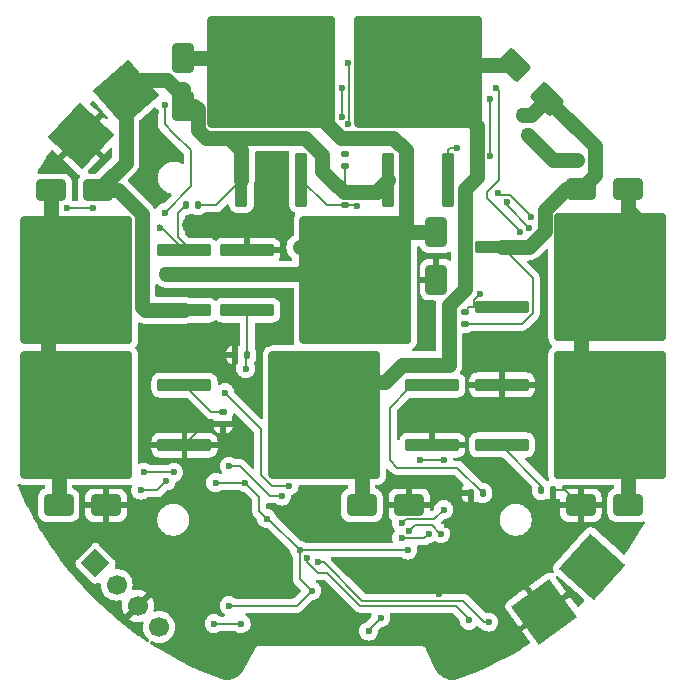
<source format=gbr>
%TF.GenerationSoftware,KiCad,Pcbnew,8.0.1*%
%TF.CreationDate,2024-09-20T18:09:38-07:00*%
%TF.ProjectId,motor_control_design,6d6f746f-725f-4636-9f6e-74726f6c5f64,rev?*%
%TF.SameCoordinates,Original*%
%TF.FileFunction,Copper,L2,Bot*%
%TF.FilePolarity,Positive*%
%FSLAX46Y46*%
G04 Gerber Fmt 4.6, Leading zero omitted, Abs format (unit mm)*
G04 Created by KiCad (PCBNEW 8.0.1) date 2024-09-20 18:09:38*
%MOMM*%
%LPD*%
G01*
G04 APERTURE LIST*
G04 Aperture macros list*
%AMRoundRect*
0 Rectangle with rounded corners*
0 $1 Rounding radius*
0 $2 $3 $4 $5 $6 $7 $8 $9 X,Y pos of 4 corners*
0 Add a 4 corners polygon primitive as box body*
4,1,4,$2,$3,$4,$5,$6,$7,$8,$9,$2,$3,0*
0 Add four circle primitives for the rounded corners*
1,1,$1+$1,$2,$3*
1,1,$1+$1,$4,$5*
1,1,$1+$1,$6,$7*
1,1,$1+$1,$8,$9*
0 Add four rect primitives between the rounded corners*
20,1,$1+$1,$2,$3,$4,$5,0*
20,1,$1+$1,$4,$5,$6,$7,0*
20,1,$1+$1,$6,$7,$8,$9,0*
20,1,$1+$1,$8,$9,$2,$3,0*%
%AMHorizOval*
0 Thick line with rounded ends*
0 $1 width*
0 $2 $3 position (X,Y) of the first rounded end (center of the circle)*
0 $4 $5 position (X,Y) of the second rounded end (center of the circle)*
0 Add line between two ends*
20,1,$1,$2,$3,$4,$5,0*
0 Add two circle primitives to create the rounded ends*
1,1,$1,$2,$3*
1,1,$1,$4,$5*%
%AMRotRect*
0 Rectangle, with rotation*
0 The origin of the aperture is its center*
0 $1 length*
0 $2 width*
0 $3 Rotation angle, in degrees counterclockwise*
0 Add horizontal line*
21,1,$1,$2,0,0,$3*%
G04 Aperture macros list end*
%TA.AperFunction,ComponentPad*%
%ADD10RotRect,4.000000X4.000000X227.000000*%
%TD*%
%TA.AperFunction,ComponentPad*%
%ADD11RotRect,1.700000X1.700000X45.000000*%
%TD*%
%TA.AperFunction,ComponentPad*%
%ADD12HorizOval,1.700000X0.000000X0.000000X0.000000X0.000000X0*%
%TD*%
%TA.AperFunction,ComponentPad*%
%ADD13RotRect,4.000000X4.000000X131.000000*%
%TD*%
%TA.AperFunction,ComponentPad*%
%ADD14RotRect,4.000000X4.000000X138.000000*%
%TD*%
%TA.AperFunction,ComponentPad*%
%ADD15RotRect,4.000000X4.000000X36.000000*%
%TD*%
%TA.AperFunction,SMDPad,CuDef*%
%ADD16RoundRect,0.135000X-0.185000X0.135000X-0.185000X-0.135000X0.185000X-0.135000X0.185000X0.135000X0*%
%TD*%
%TA.AperFunction,SMDPad,CuDef*%
%ADD17RoundRect,0.250000X0.300000X-2.050000X0.300000X2.050000X-0.300000X2.050000X-0.300000X-2.050000X0*%
%TD*%
%TA.AperFunction,SMDPad,CuDef*%
%ADD18RoundRect,0.250000X2.375000X-2.025000X2.375000X2.025000X-2.375000X2.025000X-2.375000X-2.025000X0*%
%TD*%
%TA.AperFunction,SMDPad,CuDef*%
%ADD19RoundRect,0.250002X5.149998X-4.449998X5.149998X4.449998X-5.149998X4.449998X-5.149998X-4.449998X0*%
%TD*%
%TA.AperFunction,SMDPad,CuDef*%
%ADD20RoundRect,0.250000X1.000000X0.650000X-1.000000X0.650000X-1.000000X-0.650000X1.000000X-0.650000X0*%
%TD*%
%TA.AperFunction,SMDPad,CuDef*%
%ADD21RoundRect,0.250000X-1.000000X-0.650000X1.000000X-0.650000X1.000000X0.650000X-1.000000X0.650000X0*%
%TD*%
%TA.AperFunction,SMDPad,CuDef*%
%ADD22RoundRect,0.250000X0.650000X-1.000000X0.650000X1.000000X-0.650000X1.000000X-0.650000X-1.000000X0*%
%TD*%
%TA.AperFunction,SMDPad,CuDef*%
%ADD23RoundRect,0.135000X-0.135000X-0.185000X0.135000X-0.185000X0.135000X0.185000X-0.135000X0.185000X0*%
%TD*%
%TA.AperFunction,SMDPad,CuDef*%
%ADD24RoundRect,0.250000X-2.050000X-0.300000X2.050000X-0.300000X2.050000X0.300000X-2.050000X0.300000X0*%
%TD*%
%TA.AperFunction,SMDPad,CuDef*%
%ADD25RoundRect,0.250000X-2.025000X-2.375000X2.025000X-2.375000X2.025000X2.375000X-2.025000X2.375000X0*%
%TD*%
%TA.AperFunction,SMDPad,CuDef*%
%ADD26RoundRect,0.250002X-4.449998X-5.149998X4.449998X-5.149998X4.449998X5.149998X-4.449998X5.149998X0*%
%TD*%
%TA.AperFunction,SMDPad,CuDef*%
%ADD27RoundRect,0.135000X0.185000X-0.135000X0.185000X0.135000X-0.185000X0.135000X-0.185000X-0.135000X0*%
%TD*%
%TA.AperFunction,SMDPad,CuDef*%
%ADD28RoundRect,0.250000X2.050000X0.300000X-2.050000X0.300000X-2.050000X-0.300000X2.050000X-0.300000X0*%
%TD*%
%TA.AperFunction,SMDPad,CuDef*%
%ADD29RoundRect,0.250000X2.025000X2.375000X-2.025000X2.375000X-2.025000X-2.375000X2.025000X-2.375000X0*%
%TD*%
%TA.AperFunction,SMDPad,CuDef*%
%ADD30RoundRect,0.250002X4.449998X5.149998X-4.449998X5.149998X-4.449998X-5.149998X4.449998X-5.149998X0*%
%TD*%
%TA.AperFunction,SMDPad,CuDef*%
%ADD31RoundRect,0.250000X-0.650000X1.000000X-0.650000X-1.000000X0.650000X-1.000000X0.650000X1.000000X0*%
%TD*%
%TA.AperFunction,SMDPad,CuDef*%
%ADD32RoundRect,0.135000X0.135000X0.185000X-0.135000X0.185000X-0.135000X-0.185000X0.135000X-0.185000X0*%
%TD*%
%TA.AperFunction,SMDPad,CuDef*%
%ADD33RoundRect,0.250000X1.166726X-0.247487X-0.247487X1.166726X-1.166726X0.247487X0.247487X-1.166726X0*%
%TD*%
%TA.AperFunction,ViaPad*%
%ADD34C,1.270000*%
%TD*%
%TA.AperFunction,ViaPad*%
%ADD35C,0.600000*%
%TD*%
%TA.AperFunction,Conductor*%
%ADD36C,0.200000*%
%TD*%
%TA.AperFunction,Conductor*%
%ADD37C,1.270000*%
%TD*%
G04 APERTURE END LIST*
D10*
%TO.P,J4,1,Pin_1*%
%TO.N,GND*%
X127000000Y-71120000D03*
%TD*%
D11*
%TO.P,J2,1,Pin_1*%
%TO.N,/NRST*%
X128251949Y-107296949D03*
D12*
%TO.P,J2,2,Pin_2*%
%TO.N,/SWDIO*%
X130048000Y-109093000D03*
%TO.P,J2,3,Pin_3*%
%TO.N,GND*%
X131844051Y-110889051D03*
%TO.P,J2,4,Pin_4*%
%TO.N,/SWCLK*%
X133640103Y-112685103D03*
%TD*%
D13*
%TO.P,J3,1,Pin_1*%
%TO.N,+BATT*%
X130810000Y-67437000D03*
%TD*%
D14*
%TO.P,J10,1,Pin_1*%
%TO.N,+3.3V*%
X170307000Y-107569000D03*
%TD*%
D15*
%TO.P,J9,1,Pin_1*%
%TO.N,GND*%
X166243000Y-111379000D03*
%TD*%
D16*
%TO.P,R20,1*%
%TO.N,Net-(Q14-G)*%
X149352000Y-72640002D03*
%TO.P,R20,2*%
%TO.N,+BATT*%
X149352000Y-73660000D03*
%TD*%
D17*
%TO.P,Q14,1,G*%
%TO.N,Net-(Q14-G)*%
X158115000Y-74803000D03*
D18*
%TO.P,Q14,2,D*%
%TO.N,/M2B*%
X152800000Y-68078000D03*
X158350000Y-68078000D03*
D19*
X155575000Y-65653000D03*
D18*
X152800000Y-63228000D03*
X158350000Y-63228000D03*
D17*
%TO.P,Q14,3,S*%
%TO.N,+BATT*%
X153035000Y-74803000D03*
%TD*%
D20*
%TO.P,D4,2,A*%
%TO.N,/M1A*%
X124492000Y-75692000D03*
%TO.P,D4,1,K*%
%TO.N,+BATT*%
X128492000Y-75692000D03*
%TD*%
D21*
%TO.P,D5,2,A*%
%TO.N,GND*%
X129145001Y-102362000D03*
%TO.P,D5,1,K*%
%TO.N,/M1A*%
X125144999Y-102362000D03*
%TD*%
%TO.P,D8,2,A*%
%TO.N,/M2A*%
X173355000Y-75565000D03*
%TO.P,D8,1,K*%
%TO.N,+BATT*%
X169354998Y-75565000D03*
%TD*%
D16*
%TO.P,R18,1*%
%TO.N,Net-(Q5-D)*%
X159512000Y-85977001D03*
%TO.P,R18,2*%
%TO.N,+BATT*%
X159512000Y-86996999D03*
%TD*%
D22*
%TO.P,D7,2,A*%
%TO.N,/M1B*%
X135636000Y-64547999D03*
%TO.P,D7,1,K*%
%TO.N,+BATT*%
X135636000Y-68548001D03*
%TD*%
D23*
%TO.P,R13,1*%
%TO.N,Net-(Q13-D)*%
X135890000Y-76962000D03*
%TO.P,R13,2*%
%TO.N,+BATT*%
X136909998Y-76962000D03*
%TD*%
D24*
%TO.P,Q6,1,G*%
%TO.N,Net-(Q5-D)*%
X162657000Y-85579000D03*
D25*
%TO.P,Q6,2,D*%
%TO.N,/M2A*%
X169382000Y-80264000D03*
X169382000Y-85814000D03*
D26*
X171807000Y-83039000D03*
D25*
X174232000Y-80264000D03*
X174232000Y-85814000D03*
D24*
%TO.P,Q6,3,S*%
%TO.N,+BATT*%
X162657000Y-80499000D03*
%TD*%
D21*
%TO.P,D12,2,A*%
%TO.N,GND*%
X154813000Y-102362000D03*
%TO.P,D12,1,K*%
%TO.N,/M2B*%
X150812998Y-102362000D03*
%TD*%
D27*
%TO.P,R14,1*%
%TO.N,Net-(Q1-G)*%
X149352000Y-76963999D03*
%TO.P,R14,2*%
%TO.N,+BATT*%
X149352000Y-75944001D03*
%TD*%
D28*
%TO.P,Q2,1,G*%
%TO.N,Net-(Q13-D)*%
X135781000Y-80772000D03*
D29*
%TO.P,Q2,2,D*%
%TO.N,/M1A*%
X129056000Y-86087000D03*
X129056000Y-80537000D03*
D30*
X126631000Y-83312000D03*
D29*
X124206000Y-86087000D03*
X124206000Y-80537000D03*
D28*
%TO.P,Q2,3,S*%
%TO.N,+BATT*%
X135781000Y-85852000D03*
%TD*%
D20*
%TO.P,D9,2,A*%
%TO.N,GND*%
X169355000Y-102362000D03*
%TO.P,D9,1,K*%
%TO.N,/M2A*%
X173355000Y-102362000D03*
%TD*%
D28*
%TO.P,Q9,1,G*%
%TO.N,/M1Q2*%
X135786999Y-92201998D03*
D29*
%TO.P,Q9,2,D*%
%TO.N,/M1A*%
X129062001Y-91966997D03*
X129061999Y-97516997D03*
D30*
X126637000Y-94742000D03*
D29*
X124212001Y-97516999D03*
X124211999Y-91966997D03*
D28*
%TO.P,Q9,3,S*%
%TO.N,GND*%
X135787002Y-97281998D03*
%TD*%
D16*
%TO.P,R16,1*%
%TO.N,/M1Q2*%
X139065000Y-94488000D03*
%TO.P,R16,2*%
%TO.N,GND*%
X139065000Y-95507998D03*
%TD*%
D31*
%TO.P,D6,2,A*%
%TO.N,GND*%
X157117000Y-83280001D03*
%TO.P,D6,1,K*%
%TO.N,/M1B*%
X157117000Y-79279999D03*
%TD*%
D23*
%TO.P,R19,1*%
%TO.N,/M2Q2*%
X165987001Y-101092000D03*
%TO.P,R19,2*%
%TO.N,GND*%
X167006999Y-101092000D03*
%TD*%
D24*
%TO.P,Q7,1,G*%
%TO.N,/M2Q2*%
X162657000Y-97263000D03*
D25*
%TO.P,Q7,2,D*%
%TO.N,/M2A*%
X169382000Y-91948000D03*
X169382000Y-97498000D03*
D26*
X171807000Y-94723000D03*
D25*
X174232000Y-91948000D03*
X174232000Y-97498000D03*
D24*
%TO.P,Q7,3,S*%
%TO.N,GND*%
X162657000Y-92183000D03*
%TD*%
%TO.P,Q3,1,G*%
%TO.N,/M1Q4*%
X141115000Y-85852000D03*
D25*
%TO.P,Q3,2,D*%
%TO.N,/M1B*%
X147840000Y-80537000D03*
X147840000Y-86087000D03*
D26*
X150265000Y-83312000D03*
D25*
X152690000Y-80537000D03*
X152690000Y-86087000D03*
D24*
%TO.P,Q3,3,S*%
%TO.N,GND*%
X141115000Y-80772000D03*
%TD*%
D28*
%TO.P,Q15,1,G*%
%TO.N,/M2Q4*%
X156778000Y-92202000D03*
D29*
%TO.P,Q15,2,D*%
%TO.N,/M2B*%
X150053000Y-97517000D03*
X150053000Y-91967000D03*
D30*
X147628000Y-94742000D03*
D29*
X145203000Y-97517000D03*
X145203000Y-91967000D03*
D28*
%TO.P,Q15,3,S*%
%TO.N,GND*%
X156778000Y-97282000D03*
%TD*%
D32*
%TO.P,R23,1*%
%TO.N,/M2Q4*%
X161037999Y-101346000D03*
%TO.P,R23,2*%
%TO.N,GND*%
X160018001Y-101346000D03*
%TD*%
D33*
%TO.P,D10,2,A*%
%TO.N,/M2B*%
X163685786Y-65133786D03*
%TO.P,D10,1,K*%
%TO.N,+BATT*%
X166514214Y-67962214D03*
%TD*%
D17*
%TO.P,Q1,1,G*%
%TO.N,Net-(Q1-G)*%
X145688000Y-74821000D03*
D18*
%TO.P,Q1,2,D*%
%TO.N,/M1B*%
X140373000Y-68096000D03*
X145923000Y-68096000D03*
D19*
X143148000Y-65671000D03*
D18*
X140373000Y-63246000D03*
X145923000Y-63246000D03*
D17*
%TO.P,Q1,3,S*%
%TO.N,+BATT*%
X140608000Y-74821000D03*
%TD*%
D32*
%TO.P,R15,1*%
%TO.N,/M1Q4*%
X141099000Y-89662000D03*
%TO.P,R15,2*%
%TO.N,GND*%
X140079000Y-89662000D03*
%TD*%
D34*
%TO.N,GND*%
X162687000Y-93980000D03*
D35*
X167005000Y-102362000D03*
X133350000Y-72517000D03*
X140589000Y-104521000D03*
X137414000Y-95631000D03*
X133350000Y-69088000D03*
X151003000Y-109093000D03*
X153162000Y-109474000D03*
D34*
X164338000Y-90297000D03*
D35*
X132461000Y-108331000D03*
D34*
X156464000Y-87757000D03*
X142748000Y-88392000D03*
X136144000Y-78613000D03*
D35*
X154813000Y-101727000D03*
X157607000Y-100076000D03*
X162092246Y-113648548D03*
X157099000Y-106426000D03*
X160909000Y-115951000D03*
D34*
X161417000Y-89662000D03*
D35*
X157988000Y-104013000D03*
X157353000Y-109855000D03*
X137541000Y-113792000D03*
X152527000Y-108077000D03*
%TO.N,+3.3V*%
X138430000Y-100457000D03*
X140908927Y-100459279D03*
X154686000Y-106172000D03*
D34*
X169037000Y-73152000D03*
D35*
X142748000Y-103505000D03*
X139573000Y-110871000D03*
D34*
X164846000Y-70993000D03*
D35*
X146558000Y-109601000D03*
X145542000Y-106172000D03*
%TO.N,+BATT*%
X157734000Y-98552000D03*
X155702000Y-98552000D03*
D34*
X132207000Y-82296000D03*
X164465000Y-69342000D03*
D35*
%TO.N,/LED_G*%
X159874357Y-112112738D03*
X146177000Y-106807000D03*
%TO.N,/LED_B*%
X161544000Y-112268000D03*
X147066000Y-107188000D03*
D34*
%TO.N,/M1A*%
X126238000Y-84836000D03*
%TO.N,/M1B*%
X134239000Y-82804000D03*
D35*
%TO.N,/NRST*%
X138303000Y-112395000D03*
X152400000Y-111887000D03*
X140589000Y-112395000D03*
X151384000Y-113030000D03*
%TO.N,/M1Q3*%
X134112000Y-68453000D03*
X134112000Y-77597000D03*
X125857000Y-77216000D03*
X132080000Y-101092000D03*
X134239000Y-100330000D03*
X128016000Y-77216000D03*
%TO.N,/M1Q1*%
X134874000Y-99568000D03*
X132334000Y-99568000D03*
%TO.N,/M1Q4*%
X140970000Y-90805000D03*
%TO.N,/M1Q2*%
X139065000Y-94488000D03*
%TO.N,/VBatt_sense*%
X156464000Y-104775000D03*
X154178000Y-105156000D03*
%TO.N,/M2Q1*%
X164973000Y-78867000D03*
X163068000Y-76708000D03*
%TO.N,/M2Q3*%
X164211000Y-79248000D03*
X162179000Y-67056000D03*
%TO.N,/M2Q4*%
X154813000Y-92456000D03*
%TO.N,/M2Q2*%
X161036000Y-97409000D03*
D34*
%TO.N,/M2A*%
X169418000Y-97663000D03*
%TO.N,/M2B*%
X151130000Y-93726000D03*
D35*
%TO.N,/E1A*%
X144653000Y-100711000D03*
X139192000Y-92837000D03*
%TO.N,/E1B*%
X144018000Y-101600000D03*
X139573000Y-99060000D03*
%TO.N,/E2B*%
X154813000Y-104521000D03*
X157480000Y-104775000D03*
%TO.N,/E2A*%
X157734000Y-102743000D03*
X154178000Y-103886000D03*
%TO.N,Net-(Q1-G)*%
X149098000Y-67056000D03*
X149098000Y-69469000D03*
X150404939Y-77027648D03*
%TO.N,Net-(Q13-D)*%
X133731000Y-78867000D03*
%TO.N,Net-(Q5-D)*%
X160782000Y-84455000D03*
X162306000Y-75946000D03*
X165100000Y-77978000D03*
%TO.N,Net-(Q14-G)*%
X161671000Y-67945000D03*
X149606000Y-64897000D03*
X161671000Y-72771000D03*
X149606000Y-70104000D03*
X158877000Y-72136000D03*
X149352000Y-72644000D03*
%TD*%
D36*
%TO.N,GND*%
X167006999Y-101092000D02*
X167005000Y-102362000D01*
X167026998Y-101092000D02*
X168039000Y-101092000D01*
X168039000Y-101092000D02*
X169309000Y-102362000D01*
X139083000Y-95505999D02*
X137563001Y-95505999D01*
X167005000Y-102362000D02*
X167006999Y-102360001D01*
X137563001Y-95505999D02*
X135787002Y-97281998D01*
X133350000Y-69088000D02*
X133350000Y-72517000D01*
%TO.N,+3.3V*%
X142875000Y-103505000D02*
X142748000Y-103505000D01*
X145542000Y-108585000D02*
X146558000Y-109601000D01*
X138432279Y-100459279D02*
X138430000Y-100457000D01*
D37*
X169037000Y-73152000D02*
X167005000Y-73152000D01*
D36*
X145542000Y-106172000D02*
X145542000Y-108585000D01*
X140908927Y-100459279D02*
X138432279Y-100459279D01*
X145288000Y-110871000D02*
X146558000Y-109601000D01*
X142113000Y-102870000D02*
X142748000Y-103505000D01*
X145542000Y-106172000D02*
X142875000Y-103505000D01*
X139573000Y-110871000D02*
X145288000Y-110871000D01*
D37*
X167005000Y-73152000D02*
X164846000Y-70993000D01*
D36*
X142113000Y-102870000D02*
X142113000Y-101663352D01*
X142113000Y-101663352D02*
X140908927Y-100459279D01*
X145542000Y-106172000D02*
X154686000Y-106172000D01*
D37*
%TO.N,+BATT*%
X147447000Y-72688650D02*
X146005350Y-71247000D01*
X153035000Y-74803000D02*
X152265000Y-75573000D01*
X130810000Y-67437000D02*
X130810000Y-73374000D01*
X131865326Y-66381674D02*
X130810000Y-67437000D01*
X140608000Y-74821000D02*
X140608000Y-72282000D01*
X137582650Y-71247000D02*
X136913000Y-70577350D01*
X164957000Y-80499000D02*
X162657000Y-80499000D01*
X132166000Y-82337000D02*
X132166000Y-85557000D01*
X135037650Y-67140999D02*
X134278326Y-66381674D01*
X152108133Y-75827000D02*
X151384000Y-75827000D01*
X136627001Y-68548001D02*
X135636000Y-68548001D01*
X132461000Y-85852000D02*
X135781000Y-85852000D01*
X165134428Y-69342000D02*
X164465000Y-69342000D01*
X151384000Y-75827000D02*
X151352001Y-75858999D01*
X166272000Y-79184000D02*
X164957000Y-80499000D01*
D36*
X136909998Y-76962000D02*
X138467000Y-76962000D01*
D37*
X151352001Y-75858999D02*
X149266998Y-75858999D01*
X166272000Y-77397998D02*
X166272000Y-78613000D01*
X135636000Y-68548001D02*
X135636000Y-67140999D01*
X132166000Y-77705650D02*
X132166000Y-82255000D01*
X149266998Y-75858999D02*
X148209999Y-74802001D01*
X136913000Y-70577350D02*
X136913000Y-68834000D01*
X146005350Y-71247000D02*
X137582650Y-71247000D01*
D36*
X155702000Y-98552000D02*
X157734000Y-98552000D01*
D37*
X134278326Y-66381674D02*
X131865326Y-66381674D01*
X168104998Y-75565000D02*
X166272000Y-77397998D01*
X139573000Y-71247000D02*
X137582650Y-71247000D01*
X130810000Y-73374000D02*
X128492000Y-75692000D01*
X132207000Y-82296000D02*
X132166000Y-82337000D01*
X170507000Y-74412998D02*
X169354998Y-75565000D01*
X166272000Y-78613000D02*
X166272000Y-79184000D01*
X166514214Y-67962214D02*
X170507000Y-71955000D01*
D36*
X159512000Y-86996999D02*
X164373745Y-86996999D01*
D37*
X148209999Y-74802001D02*
X147447000Y-74039001D01*
X140608000Y-72282000D02*
X139573000Y-71247000D01*
X152265000Y-75670133D02*
X152108133Y-75827000D01*
X132166000Y-82255000D02*
X132207000Y-82296000D01*
X169354998Y-75565000D02*
X168104998Y-75565000D01*
X152265000Y-75573000D02*
X152265000Y-75670133D01*
X136913000Y-68834000D02*
X136627001Y-68548001D01*
D36*
X164373745Y-86996999D02*
X165257000Y-86113744D01*
X138467000Y-76962000D02*
X140608000Y-74821000D01*
X165257000Y-83099000D02*
X162657000Y-80499000D01*
D37*
X130152350Y-75692000D02*
X132166000Y-77705650D01*
X170507000Y-71955000D02*
X170507000Y-74412998D01*
X135636000Y-67140999D02*
X135037650Y-67140999D01*
X128492000Y-75692000D02*
X130152350Y-75692000D01*
X132166000Y-85557000D02*
X132461000Y-85852000D01*
D36*
X149266998Y-75858999D02*
X149352000Y-75773997D01*
D37*
X147447000Y-74039001D02*
X147447000Y-72688650D01*
D36*
X149352000Y-75773997D02*
X149352000Y-73660000D01*
D37*
X166514214Y-67962214D02*
X165134428Y-69342000D01*
D36*
X165257000Y-86113744D02*
X165257000Y-83099000D01*
%TO.N,/LED_G*%
X150691314Y-110871000D02*
X158750000Y-110871000D01*
X147897314Y-108077000D02*
X150691314Y-110871000D01*
X147106471Y-108077000D02*
X147897314Y-108077000D01*
X146177000Y-106807000D02*
X146177000Y-107147529D01*
X158750000Y-110871000D02*
X159893000Y-112014000D01*
X146177000Y-107147529D02*
X147106471Y-108077000D01*
%TO.N,/LED_B*%
X159350000Y-110455000D02*
X161163000Y-112268000D01*
X150841000Y-110455000D02*
X159350000Y-110455000D01*
X147574000Y-107188000D02*
X150841000Y-110455000D01*
X147066000Y-107188000D02*
X147574000Y-107188000D01*
X161163000Y-112268000D02*
X161544000Y-112268000D01*
D37*
%TO.N,/M1A*%
X125144999Y-98449997D02*
X124212001Y-97516999D01*
X124206000Y-91960998D02*
X124211999Y-91966997D01*
X124492000Y-80251000D02*
X124206000Y-80537000D01*
X125144999Y-102362000D02*
X125144999Y-98449997D01*
X124492000Y-75692000D02*
X124492000Y-80251000D01*
X129685003Y-91966997D02*
X129062001Y-91966997D01*
X124206000Y-86087000D02*
X124206000Y-91960998D01*
%TO.N,/M1B*%
X145573000Y-82804000D02*
X147840000Y-80537000D01*
X157117000Y-79279999D02*
X153947001Y-79279999D01*
X139071001Y-64547999D02*
X140373000Y-63246000D01*
X154505000Y-72336000D02*
X153416000Y-71247000D01*
X134239000Y-82804000D02*
X145573000Y-82804000D01*
X135636000Y-64547999D02*
X139071001Y-64547999D01*
X152690000Y-80537000D02*
X154505000Y-78722000D01*
X153947001Y-79279999D02*
X152690000Y-80537000D01*
X149074000Y-71247000D02*
X145923000Y-68096000D01*
X153416000Y-71247000D02*
X149074000Y-71247000D01*
X147840000Y-80537000D02*
X145561000Y-80537000D01*
X154505000Y-78722000D02*
X154505000Y-72336000D01*
D36*
%TO.N,/NRST*%
X151384000Y-112903000D02*
X152400000Y-111887000D01*
X151384000Y-113030000D02*
X151384000Y-112903000D01*
X140589000Y-112395000D02*
X138303000Y-112395000D01*
%TO.N,/M1Q3*%
X134112000Y-77597000D02*
X136336970Y-75372030D01*
X136336970Y-72328970D02*
X134937500Y-70929500D01*
X136336970Y-75372030D02*
X136336970Y-72328970D01*
X133477000Y-101092000D02*
X132080000Y-101092000D01*
X134239000Y-100330000D02*
X133477000Y-101092000D01*
X134937500Y-70929500D02*
X134112000Y-70104000D01*
X134112000Y-70104000D02*
X134112000Y-68453000D01*
X125857000Y-77216000D02*
X128016000Y-77216000D01*
%TO.N,/M1Q1*%
X134874000Y-99568000D02*
X132334000Y-99568000D01*
%TO.N,/M1Q4*%
X141117000Y-89662000D02*
X141117000Y-85854000D01*
X141117000Y-85854000D02*
X141115000Y-85852000D01*
X140970000Y-89809000D02*
X141117000Y-89662000D01*
X140970000Y-90805000D02*
X140970000Y-89809000D01*
%TO.N,/M1Q2*%
X139083000Y-94486001D02*
X138071002Y-94486001D01*
X138071002Y-94486001D02*
X135786999Y-92201998D01*
%TO.N,/VBatt_sense*%
X156083000Y-105156000D02*
X156464000Y-104775000D01*
X154178000Y-105156000D02*
X156083000Y-105156000D01*
%TO.N,/M2Q1*%
X163068000Y-76962000D02*
X163068000Y-76708000D01*
X164973000Y-78867000D02*
X163068000Y-76962000D01*
%TO.N,/M2Q3*%
X161417000Y-76327000D02*
X161417000Y-75819000D01*
X161417000Y-75819000D02*
X162386970Y-74849030D01*
X162386970Y-74849030D02*
X162386970Y-67263970D01*
X162386970Y-67263970D02*
X162179000Y-67056000D01*
X164211000Y-79121000D02*
X161417000Y-76327000D01*
%TO.N,/M2Q4*%
X153796001Y-99186001D02*
X153162000Y-98552000D01*
X153162000Y-94107000D02*
X154813000Y-92456000D01*
X161037999Y-101346000D02*
X158878000Y-99186001D01*
X153162000Y-98552000D02*
X153162000Y-94107000D01*
X158878000Y-99186001D02*
X153796001Y-99186001D01*
%TO.N,/M2Q2*%
X166007000Y-100710000D02*
X162560000Y-97263000D01*
X166007000Y-101092000D02*
X166007000Y-100710000D01*
D37*
%TO.N,/M2A*%
X169382000Y-91948000D02*
X169382000Y-85814000D01*
X173309002Y-102362000D02*
X173309002Y-98323998D01*
X173309002Y-98323998D02*
X174135000Y-97498000D01*
X173355000Y-75565000D02*
X173355000Y-77405106D01*
X173341001Y-79470001D02*
X174135000Y-80264000D01*
X173355000Y-77405106D02*
X175222947Y-79273053D01*
%TO.N,/M2B*%
X159512000Y-84076351D02*
X159500000Y-84064351D01*
X158183825Y-90482175D02*
X158183825Y-85404525D01*
X160536000Y-70264000D02*
X158350000Y-68078000D01*
X152751350Y-91967000D02*
X154236175Y-90482175D01*
X150138002Y-91967003D02*
X151288005Y-90817000D01*
X150798999Y-98177998D02*
X150138001Y-97517000D01*
X159500000Y-84064351D02*
X159500000Y-75577000D01*
X150798999Y-102362000D02*
X150798999Y-98177998D01*
X158183825Y-85404525D02*
X159512000Y-84076351D01*
X160255786Y-65133786D02*
X158350000Y-63228000D01*
X154236175Y-90482175D02*
X158183825Y-90482175D01*
X159500000Y-75577000D02*
X160536000Y-74541000D01*
X160536000Y-74541000D02*
X160536000Y-70264000D01*
X150053000Y-91967000D02*
X152751350Y-91967000D01*
X163685786Y-65133786D02*
X160255786Y-65133786D01*
D36*
%TO.N,/E1A*%
X142303500Y-95948500D02*
X139192000Y-92837000D01*
X144653000Y-100711000D02*
X143212256Y-100711000D01*
X143212256Y-100711000D02*
X142303500Y-99802244D01*
X142303500Y-99802244D02*
X142303500Y-95948500D01*
%TO.N,/E1B*%
X144018000Y-101600000D02*
X143002000Y-101600000D01*
X140462000Y-99060000D02*
X139573000Y-99060000D01*
X143002000Y-101600000D02*
X140462000Y-99060000D01*
%TO.N,/E2B*%
X154813000Y-104521000D02*
X155280529Y-104053471D01*
X157439529Y-104775000D02*
X157480000Y-104775000D01*
X155280529Y-104053471D02*
X156718000Y-104053471D01*
X156718000Y-104053471D02*
X157439529Y-104775000D01*
%TO.N,/E2A*%
X154502000Y-103562000D02*
X154178000Y-103886000D01*
X156915000Y-103562000D02*
X154813000Y-103562000D01*
X154813000Y-103562000D02*
X154502000Y-103562000D01*
X157734000Y-102743000D02*
X156915000Y-103562000D01*
%TO.N,Net-(Q1-G)*%
X149098000Y-69469000D02*
X149098000Y-67056000D01*
X147830999Y-76963999D02*
X145688000Y-74821000D01*
X149352000Y-76963999D02*
X150366001Y-76963999D01*
X149352000Y-76963999D02*
X147830999Y-76963999D01*
%TO.N,Net-(Q13-D)*%
X135209000Y-79653314D02*
X136054343Y-80498657D01*
X135890000Y-76962000D02*
X135209000Y-77643000D01*
X133857000Y-78867000D02*
X135781000Y-80791000D01*
X133731000Y-78741000D02*
X133731000Y-78867000D01*
X133731000Y-78867000D02*
X133857000Y-78867000D01*
X135209000Y-77643000D02*
X135209000Y-79653314D01*
X133667000Y-78677000D02*
X133731000Y-78741000D01*
%TO.N,Net-(Q5-D)*%
X160274000Y-85579000D02*
X159910001Y-85579000D01*
X159910001Y-85579000D02*
X159512000Y-85977001D01*
X163316529Y-76108000D02*
X162468000Y-76108000D01*
X160274000Y-85579000D02*
X160274000Y-84963000D01*
X160274000Y-84963000D02*
X160782000Y-84455000D01*
X165100000Y-77891471D02*
X163316529Y-76108000D01*
X165100000Y-77978000D02*
X165100000Y-77891471D01*
X162468000Y-76108000D02*
X162306000Y-75946000D01*
X162657000Y-85579000D02*
X160274000Y-85579000D01*
%TO.N,Net-(Q14-G)*%
X149698000Y-64989000D02*
X149606000Y-64897000D01*
X149606000Y-64897000D02*
X149733000Y-64897000D01*
X158115000Y-72263000D02*
X158242000Y-72136000D01*
X149698000Y-70012000D02*
X149698000Y-64989000D01*
X149606000Y-70104000D02*
X149698000Y-70012000D01*
X158115000Y-72263000D02*
X158115000Y-74803000D01*
X161671000Y-71501000D02*
X161671000Y-72771000D01*
X158242000Y-72136000D02*
X158877000Y-72136000D01*
X161671000Y-67945000D02*
X161671000Y-71501000D01*
%TD*%
%TA.AperFunction,Conductor*%
%TO.N,GND*%
G36*
X166525833Y-80638518D02*
G01*
X166581767Y-80680389D01*
X166606184Y-80745854D01*
X166606500Y-80754700D01*
X166606500Y-88239001D01*
X166606501Y-88239018D01*
X166617000Y-88341796D01*
X166617001Y-88341799D01*
X166672185Y-88508331D01*
X166672186Y-88508334D01*
X166764288Y-88657656D01*
X166888344Y-88781712D01*
X166888347Y-88781714D01*
X166890903Y-88783735D01*
X166892202Y-88785570D01*
X166893451Y-88786819D01*
X166893237Y-88787032D01*
X166931278Y-88840758D01*
X166934416Y-88910557D01*
X166899319Y-88970972D01*
X166890903Y-88978265D01*
X166888341Y-88980290D01*
X166764289Y-89104342D01*
X166672187Y-89253663D01*
X166672185Y-89253668D01*
X166617001Y-89420201D01*
X166614950Y-89440282D01*
X166614950Y-89440284D01*
X166606500Y-89522985D01*
X166606500Y-99923001D01*
X166606501Y-99923018D01*
X166617000Y-100025796D01*
X166617001Y-100025799D01*
X166667100Y-100176986D01*
X166669502Y-100246814D01*
X166633770Y-100306856D01*
X166612515Y-100322722D01*
X166605097Y-100327109D01*
X166537373Y-100344292D01*
X166471111Y-100322132D01*
X166454295Y-100308058D01*
X166371397Y-100225160D01*
X166371374Y-100225139D01*
X164671415Y-98525180D01*
X164637930Y-98463857D01*
X164642914Y-98394165D01*
X164684786Y-98338232D01*
X164750250Y-98313815D01*
X164753860Y-98313686D01*
X164753859Y-98313659D01*
X164756998Y-98313499D01*
X164757008Y-98313499D01*
X164859797Y-98302999D01*
X165026334Y-98247814D01*
X165175656Y-98155712D01*
X165299712Y-98031656D01*
X165391814Y-97882334D01*
X165446999Y-97715797D01*
X165457500Y-97613009D01*
X165457499Y-96912992D01*
X165448950Y-96829307D01*
X165446999Y-96810203D01*
X165446998Y-96810200D01*
X165424692Y-96742885D01*
X165391814Y-96643666D01*
X165299712Y-96494344D01*
X165175656Y-96370288D01*
X165026334Y-96278186D01*
X164859797Y-96223001D01*
X164859795Y-96223000D01*
X164757010Y-96212500D01*
X160556998Y-96212500D01*
X160556981Y-96212501D01*
X160454203Y-96223000D01*
X160454200Y-96223001D01*
X160287668Y-96278185D01*
X160287663Y-96278187D01*
X160138342Y-96370289D01*
X160014289Y-96494342D01*
X159922187Y-96643663D01*
X159922185Y-96643668D01*
X159915820Y-96662878D01*
X159867001Y-96810203D01*
X159867001Y-96810204D01*
X159867000Y-96810204D01*
X159856500Y-96912983D01*
X159856500Y-97613001D01*
X159856501Y-97613019D01*
X159867000Y-97715796D01*
X159867001Y-97715799D01*
X159922185Y-97882331D01*
X159922187Y-97882336D01*
X159957069Y-97938888D01*
X160014288Y-98031656D01*
X160138344Y-98155712D01*
X160287666Y-98247814D01*
X160454203Y-98302999D01*
X160556991Y-98313500D01*
X162709902Y-98313499D01*
X162776941Y-98333184D01*
X162797583Y-98349818D01*
X165181484Y-100733719D01*
X165214969Y-100795042D01*
X165217421Y-100831128D01*
X165216501Y-100842811D01*
X165216501Y-101341169D01*
X165216502Y-101341191D01*
X165219336Y-101377205D01*
X165264130Y-101531388D01*
X165264132Y-101531393D01*
X165345864Y-101669595D01*
X165345870Y-101669603D01*
X165459397Y-101783130D01*
X165459401Y-101783133D01*
X165459403Y-101783135D01*
X165597608Y-101864869D01*
X165635123Y-101875768D01*
X165751792Y-101909664D01*
X165751795Y-101909664D01*
X165751797Y-101909665D01*
X165787820Y-101912500D01*
X166186181Y-101912499D01*
X166222205Y-101909665D01*
X166376394Y-101864869D01*
X166434371Y-101830581D01*
X166502093Y-101813398D01*
X166560613Y-101830581D01*
X166617806Y-101864405D01*
X166756999Y-101904844D01*
X166756999Y-101352434D01*
X166757381Y-101342704D01*
X166757501Y-101341181D01*
X166757500Y-100965999D01*
X166777184Y-100898961D01*
X166829988Y-100853206D01*
X166881500Y-100842000D01*
X167132999Y-100842000D01*
X167200038Y-100861685D01*
X167245793Y-100914489D01*
X167256999Y-100966000D01*
X167256999Y-101904843D01*
X167396193Y-101864404D01*
X167417879Y-101851580D01*
X167485602Y-101834397D01*
X167551865Y-101856557D01*
X167595629Y-101911023D01*
X167605000Y-101958312D01*
X167605000Y-102112000D01*
X169105000Y-102112000D01*
X169105000Y-100962000D01*
X169605000Y-100962000D01*
X169605000Y-102112000D01*
X171104999Y-102112000D01*
X171104999Y-101662028D01*
X171104998Y-101662013D01*
X171094505Y-101559302D01*
X171039358Y-101392880D01*
X171039356Y-101392875D01*
X170947315Y-101243654D01*
X170823345Y-101119684D01*
X170674124Y-101027643D01*
X170674119Y-101027641D01*
X170507697Y-100972494D01*
X170507690Y-100972493D01*
X170404986Y-100962000D01*
X169605000Y-100962000D01*
X169105000Y-100962000D01*
X168305028Y-100962000D01*
X168305012Y-100962001D01*
X168202302Y-100972494D01*
X168035880Y-101027641D01*
X168035871Y-101027645D01*
X167966095Y-101070684D01*
X167898703Y-101089124D01*
X167832039Y-101068201D01*
X167787270Y-101014559D01*
X167776999Y-100965145D01*
X167776999Y-100842879D01*
X167776998Y-100842864D01*
X167774166Y-100806878D01*
X167766966Y-100782094D01*
X167767166Y-100712224D01*
X167805109Y-100653554D01*
X167868747Y-100624711D01*
X167886030Y-100623499D01*
X172049502Y-100623499D01*
X172116541Y-100643184D01*
X172162296Y-100695988D01*
X172173502Y-100747499D01*
X172173502Y-100891970D01*
X172153817Y-100959009D01*
X172101013Y-101004764D01*
X172088507Y-101009676D01*
X172035666Y-101027186D01*
X171886342Y-101119289D01*
X171762289Y-101243342D01*
X171670187Y-101392663D01*
X171670185Y-101392668D01*
X171670115Y-101392880D01*
X171615001Y-101559203D01*
X171615001Y-101559204D01*
X171615000Y-101559204D01*
X171604500Y-101661983D01*
X171604500Y-103062001D01*
X171604501Y-103062018D01*
X171615000Y-103164796D01*
X171615001Y-103164799D01*
X171670185Y-103331331D01*
X171670187Y-103331336D01*
X171695772Y-103372816D01*
X171762288Y-103480656D01*
X171886344Y-103604712D01*
X172035666Y-103696814D01*
X172202203Y-103751999D01*
X172304991Y-103762500D01*
X174405008Y-103762499D01*
X174507797Y-103751999D01*
X174607505Y-103718958D01*
X174677330Y-103716557D01*
X174737373Y-103752288D01*
X174768566Y-103814808D01*
X174761006Y-103884268D01*
X174754042Y-103898407D01*
X174475310Y-104383869D01*
X174473067Y-104387622D01*
X173925395Y-105268075D01*
X173923020Y-105271746D01*
X173344690Y-106132282D01*
X173342188Y-106135868D01*
X173071758Y-106509125D01*
X173016485Y-106551864D01*
X172946879Y-106557936D01*
X172888371Y-106528523D01*
X170458298Y-104340475D01*
X170431169Y-104320863D01*
X170409708Y-104305348D01*
X170409706Y-104305347D01*
X170409703Y-104305345D01*
X170275848Y-104252494D01*
X170275842Y-104252493D01*
X170263924Y-104251412D01*
X170132508Y-104239495D01*
X170132507Y-104239495D01*
X169991320Y-104267404D01*
X169991315Y-104267406D01*
X169863711Y-104333961D01*
X169819060Y-104373973D01*
X167078475Y-107417701D01*
X167043345Y-107466296D01*
X166990494Y-107600151D01*
X166990493Y-107600158D01*
X166977495Y-107743491D01*
X166977495Y-107743492D01*
X167005404Y-107884679D01*
X167005407Y-107884688D01*
X167039701Y-107950439D01*
X167053250Y-108018982D01*
X167027591Y-108083970D01*
X166970870Y-108124768D01*
X166901096Y-108128424D01*
X166893128Y-108126249D01*
X166764481Y-108086472D01*
X166620724Y-108084418D01*
X166620720Y-108084419D01*
X166482201Y-108122952D01*
X166430268Y-108152771D01*
X166430256Y-108152779D01*
X164975791Y-109209510D01*
X165876045Y-110448604D01*
X165769322Y-110492811D01*
X165605537Y-110602249D01*
X165468907Y-110738878D01*
X164571282Y-109503402D01*
X163116814Y-110560136D01*
X163116799Y-110560148D01*
X163072397Y-110600319D01*
X163072396Y-110600320D01*
X162992945Y-110720151D01*
X162950472Y-110857518D01*
X162950472Y-110857519D01*
X162948418Y-111001275D01*
X162948419Y-111001279D01*
X162986952Y-111139798D01*
X163016771Y-111191731D01*
X163016779Y-111191743D01*
X164073510Y-112646208D01*
X165312604Y-111745953D01*
X165356811Y-111852678D01*
X165466249Y-112016463D01*
X165602877Y-112153091D01*
X164367403Y-113050716D01*
X164367402Y-113050717D01*
X165026981Y-113958549D01*
X165050461Y-114024355D01*
X165034635Y-114092409D01*
X164992102Y-114136761D01*
X164269530Y-114585688D01*
X164265776Y-114587930D01*
X163366286Y-115103738D01*
X163362455Y-115105845D01*
X162445399Y-115589589D01*
X162441496Y-115591561D01*
X161507911Y-116042696D01*
X161503942Y-116044529D01*
X160555064Y-116462456D01*
X160551032Y-116464147D01*
X159587977Y-116848376D01*
X159583888Y-116849924D01*
X158673051Y-117176589D01*
X158632124Y-117183865D01*
X158502988Y-117184838D01*
X158486378Y-117183847D01*
X158267768Y-117155987D01*
X158251442Y-117152781D01*
X158038535Y-117095908D01*
X158022784Y-117090545D01*
X157819408Y-117005679D01*
X157804517Y-116998256D01*
X157804474Y-116998231D01*
X157614327Y-116886921D01*
X157600565Y-116877571D01*
X157581017Y-116862278D01*
X157426997Y-116741780D01*
X157414613Y-116730675D01*
X157260787Y-116572871D01*
X157249998Y-116560204D01*
X157177471Y-116462456D01*
X157132613Y-116401998D01*
X157120476Y-116381913D01*
X157117689Y-116376126D01*
X156260874Y-114596866D01*
X156252821Y-114575161D01*
X156250923Y-114568079D01*
X156250922Y-114568076D01*
X156250922Y-114568075D01*
X156229648Y-114531227D01*
X156225326Y-114523048D01*
X156221789Y-114515703D01*
X156206879Y-114484741D01*
X156202090Y-114479175D01*
X156188698Y-114460300D01*
X156187631Y-114458452D01*
X156185030Y-114453947D01*
X156185029Y-114453946D01*
X156185027Y-114453943D01*
X156154970Y-114423887D01*
X156148660Y-114417087D01*
X156142783Y-114410258D01*
X156120920Y-114384851D01*
X156114855Y-114380716D01*
X156097028Y-114365945D01*
X156091846Y-114360763D01*
X156091844Y-114360761D01*
X156055018Y-114339499D01*
X156047176Y-114334571D01*
X156012041Y-114310616D01*
X156012037Y-114310614D01*
X156012036Y-114310613D01*
X156005103Y-114308186D01*
X155984068Y-114298536D01*
X155977716Y-114294869D01*
X155936631Y-114283860D01*
X155927791Y-114281132D01*
X155887649Y-114267086D01*
X155887640Y-114267084D01*
X155880324Y-114266536D01*
X155857515Y-114262661D01*
X155850424Y-114260761D01*
X155850422Y-114260761D01*
X155807900Y-114260761D01*
X155798632Y-114260414D01*
X155785837Y-114259455D01*
X155756237Y-114257236D01*
X155756234Y-114257236D01*
X155756233Y-114257236D01*
X155756232Y-114257236D01*
X155749015Y-114258601D01*
X155725973Y-114260761D01*
X142269285Y-114260761D01*
X142255772Y-114260023D01*
X142250598Y-114259455D01*
X142250596Y-114259455D01*
X142250593Y-114259455D01*
X142191430Y-114260732D01*
X142188757Y-114260761D01*
X142129637Y-114260761D01*
X142124494Y-114261439D01*
X142124237Y-114261458D01*
X142124001Y-114261508D01*
X142118845Y-114262300D01*
X142062013Y-114278851D01*
X142059438Y-114279570D01*
X142002346Y-114294868D01*
X141997536Y-114296861D01*
X141997304Y-114296942D01*
X141997096Y-114297048D01*
X141992313Y-114299151D01*
X141941671Y-114329865D01*
X141939371Y-114331226D01*
X141888214Y-114360762D01*
X141884077Y-114363936D01*
X141883882Y-114364069D01*
X141883713Y-114364221D01*
X141879638Y-114367490D01*
X141838678Y-114410258D01*
X141836808Y-114412168D01*
X141795026Y-114453950D01*
X141791849Y-114458091D01*
X141791700Y-114458264D01*
X141791578Y-114458452D01*
X141788489Y-114462663D01*
X141760018Y-114514531D01*
X141758706Y-114516860D01*
X141729138Y-114568074D01*
X141727147Y-114572881D01*
X141721293Y-114585079D01*
X140738187Y-116376126D01*
X140729067Y-116390349D01*
X140603052Y-116560182D01*
X140592263Y-116572849D01*
X140438434Y-116730653D01*
X140426048Y-116741760D01*
X140252482Y-116877548D01*
X140238719Y-116886898D01*
X140048530Y-116998231D01*
X140033641Y-117005654D01*
X139830263Y-117090523D01*
X139814513Y-117095886D01*
X139601603Y-117152764D01*
X139585277Y-117155970D01*
X139366673Y-117183833D01*
X139350064Y-117184825D01*
X139217018Y-117183826D01*
X139175190Y-117176224D01*
X138283116Y-116848512D01*
X138279077Y-116846947D01*
X138020978Y-116741760D01*
X137591920Y-116566899D01*
X137322537Y-116457113D01*
X137318554Y-116455408D01*
X136376204Y-116032394D01*
X136372283Y-116030551D01*
X135445276Y-115574872D01*
X135441422Y-115572893D01*
X134530906Y-115085115D01*
X134527124Y-115083003D01*
X133634198Y-114563715D01*
X133630492Y-114561472D01*
X132905467Y-114105212D01*
X132859212Y-114052846D01*
X132848611Y-113983785D01*
X132877030Y-113919956D01*
X132935446Y-113881625D01*
X133005313Y-113880960D01*
X133023908Y-113887879D01*
X133176440Y-113959006D01*
X133404695Y-114020166D01*
X133593021Y-114036642D01*
X133640102Y-114040762D01*
X133640103Y-114040762D01*
X133640104Y-114040762D01*
X133679337Y-114037329D01*
X133875511Y-114020166D01*
X134103766Y-113959006D01*
X134317933Y-113859138D01*
X134511504Y-113723598D01*
X134678598Y-113556504D01*
X134814138Y-113362933D01*
X134914006Y-113148766D01*
X134975166Y-112920511D01*
X134995762Y-112685103D01*
X134975166Y-112449695D01*
X134926482Y-112268000D01*
X134914008Y-112221447D01*
X134914007Y-112221446D01*
X134914006Y-112221440D01*
X134814138Y-112007274D01*
X134751962Y-111918476D01*
X134678597Y-111813700D01*
X134511505Y-111646609D01*
X134511498Y-111646604D01*
X134497002Y-111636454D01*
X134458697Y-111609632D01*
X134317937Y-111511070D01*
X134317933Y-111511068D01*
X134103766Y-111411200D01*
X134103762Y-111411199D01*
X134103758Y-111411197D01*
X133875516Y-111350041D01*
X133875506Y-111350039D01*
X133640104Y-111329444D01*
X133640102Y-111329444D01*
X133404699Y-111350039D01*
X133404686Y-111350042D01*
X133303443Y-111377169D01*
X133233593Y-111375506D01*
X133175731Y-111336343D01*
X133148228Y-111272114D01*
X133151576Y-111225300D01*
X133178619Y-111124373D01*
X133178620Y-111124366D01*
X133199208Y-110889052D01*
X133199208Y-110889049D01*
X133178620Y-110653735D01*
X133178618Y-110653724D01*
X133117484Y-110425567D01*
X133117480Y-110425558D01*
X133017651Y-110211474D01*
X133017650Y-110211472D01*
X132958976Y-110127677D01*
X132958976Y-110127676D01*
X132327013Y-110759640D01*
X132309976Y-110696058D01*
X132244150Y-110582044D01*
X132151058Y-110488952D01*
X132037044Y-110423126D01*
X131973459Y-110406088D01*
X132605424Y-109774124D01*
X132605424Y-109774123D01*
X132521634Y-109715453D01*
X132521630Y-109715451D01*
X132307543Y-109615621D01*
X132307534Y-109615617D01*
X132079377Y-109554483D01*
X132079366Y-109554481D01*
X131844053Y-109533894D01*
X131844049Y-109533894D01*
X131608735Y-109554481D01*
X131608724Y-109554483D01*
X131507801Y-109581525D01*
X131437951Y-109579862D01*
X131380088Y-109540699D01*
X131352585Y-109476470D01*
X131355932Y-109429661D01*
X131383063Y-109328408D01*
X131403659Y-109093000D01*
X131383063Y-108857592D01*
X131321903Y-108629337D01*
X131222035Y-108415171D01*
X131194981Y-108376533D01*
X131086494Y-108221597D01*
X130919402Y-108054506D01*
X130919395Y-108054501D01*
X130725834Y-107918967D01*
X130725830Y-107918965D01*
X130652310Y-107884682D01*
X130511663Y-107819097D01*
X130511659Y-107819096D01*
X130511655Y-107819094D01*
X130283413Y-107757938D01*
X130283403Y-107757936D01*
X130048001Y-107737341D01*
X130047998Y-107737341D01*
X130004952Y-107741107D01*
X129936452Y-107727340D01*
X129886269Y-107678725D01*
X129870336Y-107610696D01*
X129881351Y-107566067D01*
X129926916Y-107466296D01*
X129939196Y-107439406D01*
X129959677Y-107296949D01*
X129939196Y-107154492D01*
X129879408Y-107023576D01*
X129841789Y-106976893D01*
X129841784Y-106976888D01*
X129841780Y-106976883D01*
X128572008Y-105707114D01*
X128572002Y-105707109D01*
X128571998Y-105707105D01*
X128525322Y-105669489D01*
X128394408Y-105609702D01*
X128394404Y-105609701D01*
X128251949Y-105589221D01*
X128109493Y-105609701D01*
X128109489Y-105609702D01*
X127978578Y-105669488D01*
X127931883Y-105707117D01*
X126662114Y-106976889D01*
X126662105Y-106976899D01*
X126624489Y-107023575D01*
X126564702Y-107154489D01*
X126564701Y-107154493D01*
X126544221Y-107296949D01*
X126564701Y-107439404D01*
X126564702Y-107439408D01*
X126624488Y-107570319D01*
X126624489Y-107570320D01*
X126624490Y-107570322D01*
X126662109Y-107617005D01*
X126662112Y-107617008D01*
X126662117Y-107617014D01*
X127722606Y-108677500D01*
X127931893Y-108886787D01*
X127931897Y-108886790D01*
X127931899Y-108886792D01*
X127978575Y-108924408D01*
X128109489Y-108984195D01*
X128109490Y-108984195D01*
X128109492Y-108984196D01*
X128251949Y-109004677D01*
X128394406Y-108984196D01*
X128521067Y-108926350D01*
X128590225Y-108916407D01*
X128653781Y-108945431D01*
X128691556Y-109004209D01*
X128696107Y-109049952D01*
X128692341Y-109092997D01*
X128692341Y-109093000D01*
X128712936Y-109328403D01*
X128712938Y-109328413D01*
X128774094Y-109556655D01*
X128774096Y-109556659D01*
X128774097Y-109556663D01*
X128801588Y-109615617D01*
X128873965Y-109770830D01*
X128873967Y-109770834D01*
X128932551Y-109854500D01*
X129009505Y-109964401D01*
X129176599Y-110131495D01*
X129273384Y-110199265D01*
X129370165Y-110267032D01*
X129370167Y-110267033D01*
X129370170Y-110267035D01*
X129584337Y-110366903D01*
X129584343Y-110366904D01*
X129584344Y-110366905D01*
X129629484Y-110379000D01*
X129812592Y-110428063D01*
X130000918Y-110444539D01*
X130047999Y-110448659D01*
X130048000Y-110448659D01*
X130048001Y-110448659D01*
X130087234Y-110445226D01*
X130283408Y-110428063D01*
X130384659Y-110400933D01*
X130454506Y-110402596D01*
X130512369Y-110441758D01*
X130539873Y-110505987D01*
X130536525Y-110552801D01*
X130509483Y-110653724D01*
X130509481Y-110653735D01*
X130488894Y-110889049D01*
X130488894Y-110889052D01*
X130509481Y-111124366D01*
X130509483Y-111124377D01*
X130570617Y-111352534D01*
X130570621Y-111352543D01*
X130670451Y-111566630D01*
X130670453Y-111566634D01*
X130729123Y-111650424D01*
X130729124Y-111650424D01*
X131361088Y-111018459D01*
X131378126Y-111082044D01*
X131443952Y-111196058D01*
X131537044Y-111289150D01*
X131651058Y-111354976D01*
X131714641Y-111372013D01*
X131082676Y-112003976D01*
X131166472Y-112062650D01*
X131380558Y-112162480D01*
X131380567Y-112162484D01*
X131608724Y-112223618D01*
X131608735Y-112223620D01*
X131844049Y-112244208D01*
X131844053Y-112244208D01*
X132079366Y-112223620D01*
X132079373Y-112223619D01*
X132180300Y-112196576D01*
X132250150Y-112198239D01*
X132308013Y-112237401D01*
X132335517Y-112301630D01*
X132332169Y-112348443D01*
X132305042Y-112449686D01*
X132305039Y-112449699D01*
X132284444Y-112685102D01*
X132284444Y-112685103D01*
X132305039Y-112920506D01*
X132305041Y-112920516D01*
X132366197Y-113148758D01*
X132366199Y-113148762D01*
X132366200Y-113148766D01*
X132447817Y-113323793D01*
X132466068Y-113362933D01*
X132466070Y-113362937D01*
X132601604Y-113556498D01*
X132601609Y-113556505D01*
X132765991Y-113720887D01*
X132799476Y-113782210D01*
X132794492Y-113851902D01*
X132752620Y-113907835D01*
X132687156Y-113932252D01*
X132618883Y-113917400D01*
X132608640Y-113911145D01*
X131898153Y-113428587D01*
X131894612Y-113426091D01*
X131060912Y-112816228D01*
X131057461Y-112813610D01*
X130245568Y-112174995D01*
X130242210Y-112172257D01*
X129453137Y-111505684D01*
X129449877Y-111502831D01*
X128684561Y-110809093D01*
X128681403Y-110806128D01*
X127940790Y-110086084D01*
X127937737Y-110083010D01*
X127222743Y-109337549D01*
X127219799Y-109334371D01*
X126650027Y-108697185D01*
X126531242Y-108564346D01*
X126528418Y-108561074D01*
X126482482Y-108505943D01*
X126029485Y-107962264D01*
X125867219Y-107767515D01*
X125864504Y-107764139D01*
X125290077Y-107023578D01*
X125231400Y-106947931D01*
X125228810Y-106944468D01*
X125125934Y-106801815D01*
X124624605Y-106106644D01*
X124622137Y-106103092D01*
X124500560Y-105921454D01*
X124047577Y-105244689D01*
X124045256Y-105241088D01*
X123645221Y-104595745D01*
X123501009Y-104363100D01*
X123498792Y-104359379D01*
X123269406Y-103958722D01*
X122985570Y-103462959D01*
X122983492Y-103459178D01*
X122943733Y-103383738D01*
X122501886Y-102545357D01*
X122499934Y-102541490D01*
X122408235Y-102351705D01*
X122050556Y-101611430D01*
X122048748Y-101607516D01*
X122045435Y-101600000D01*
X121653256Y-100710254D01*
X121644231Y-100640971D01*
X121674095Y-100577805D01*
X121733368Y-100540813D01*
X121803231Y-100541738D01*
X121831818Y-100554702D01*
X121867667Y-100576814D01*
X122034204Y-100631999D01*
X122136993Y-100642500D01*
X123885499Y-100642499D01*
X123952538Y-100662184D01*
X123998293Y-100714987D01*
X124009499Y-100766499D01*
X124009499Y-100876728D01*
X123989814Y-100943767D01*
X123937010Y-100989522D01*
X123924504Y-100994434D01*
X123825665Y-101027186D01*
X123825662Y-101027187D01*
X123676341Y-101119289D01*
X123552288Y-101243342D01*
X123460186Y-101392663D01*
X123460184Y-101392668D01*
X123460114Y-101392880D01*
X123405000Y-101559203D01*
X123405000Y-101559204D01*
X123404999Y-101559204D01*
X123394499Y-101661983D01*
X123394499Y-103062001D01*
X123394500Y-103062018D01*
X123404999Y-103164796D01*
X123405000Y-103164799D01*
X123460184Y-103331331D01*
X123460186Y-103331336D01*
X123485771Y-103372816D01*
X123552287Y-103480656D01*
X123676343Y-103604712D01*
X123825665Y-103696814D01*
X123992202Y-103751999D01*
X124094990Y-103762500D01*
X126195007Y-103762499D01*
X126297796Y-103751999D01*
X126464333Y-103696814D01*
X126613655Y-103604712D01*
X126737711Y-103480656D01*
X126829813Y-103331334D01*
X126884998Y-103164797D01*
X126895499Y-103062009D01*
X126895499Y-102612000D01*
X127395002Y-102612000D01*
X127395002Y-103061986D01*
X127405495Y-103164697D01*
X127460642Y-103331119D01*
X127460644Y-103331124D01*
X127552685Y-103480345D01*
X127676655Y-103604315D01*
X127825876Y-103696356D01*
X127825881Y-103696358D01*
X127992303Y-103751505D01*
X127992310Y-103751506D01*
X128095020Y-103761999D01*
X128895000Y-103761999D01*
X128895001Y-103761998D01*
X128895001Y-102612000D01*
X129395001Y-102612000D01*
X129395001Y-103761999D01*
X130194973Y-103761999D01*
X130194987Y-103761998D01*
X130297698Y-103751505D01*
X130424312Y-103709549D01*
X133486470Y-103709549D01*
X133493239Y-103752288D01*
X133509431Y-103854522D01*
X133519724Y-103919505D01*
X133567081Y-104065255D01*
X133585414Y-104121676D01*
X133681921Y-104311082D01*
X133806860Y-104483048D01*
X133957183Y-104633371D01*
X134129149Y-104758310D01*
X134129151Y-104758311D01*
X134129154Y-104758313D01*
X134318558Y-104854819D01*
X134520727Y-104920508D01*
X134730683Y-104953762D01*
X134730684Y-104953762D01*
X134943256Y-104953762D01*
X134943257Y-104953762D01*
X135153213Y-104920508D01*
X135355382Y-104854819D01*
X135544786Y-104758313D01*
X135566759Y-104742348D01*
X135716756Y-104633371D01*
X135716758Y-104633368D01*
X135716762Y-104633366D01*
X135867074Y-104483054D01*
X135867076Y-104483050D01*
X135867079Y-104483048D01*
X135992018Y-104311082D01*
X135992017Y-104311082D01*
X135992021Y-104311078D01*
X136088527Y-104121674D01*
X136154216Y-103919505D01*
X136187470Y-103709549D01*
X136187470Y-103496975D01*
X136154216Y-103287019D01*
X136088527Y-103084850D01*
X135992021Y-102895446D01*
X135992019Y-102895443D01*
X135992018Y-102895441D01*
X135867079Y-102723475D01*
X135716756Y-102573152D01*
X135544790Y-102448213D01*
X135355384Y-102351706D01*
X135355383Y-102351705D01*
X135355382Y-102351705D01*
X135153213Y-102286016D01*
X135153211Y-102286015D01*
X135153210Y-102286015D01*
X134991927Y-102260470D01*
X134943257Y-102252762D01*
X134730683Y-102252762D01*
X134682012Y-102260470D01*
X134520730Y-102286015D01*
X134318555Y-102351706D01*
X134129149Y-102448213D01*
X133957183Y-102573152D01*
X133806860Y-102723475D01*
X133681921Y-102895441D01*
X133585414Y-103084847D01*
X133519723Y-103287022D01*
X133488714Y-103482806D01*
X133486470Y-103496975D01*
X133486470Y-103709549D01*
X130424312Y-103709549D01*
X130464120Y-103696358D01*
X130464125Y-103696356D01*
X130613346Y-103604315D01*
X130737316Y-103480345D01*
X130829357Y-103331124D01*
X130829359Y-103331119D01*
X130884506Y-103164697D01*
X130884507Y-103164690D01*
X130895000Y-103061986D01*
X130895001Y-103061973D01*
X130895001Y-102612000D01*
X129395001Y-102612000D01*
X128895001Y-102612000D01*
X127395002Y-102612000D01*
X126895499Y-102612000D01*
X126895498Y-102112000D01*
X127395001Y-102112000D01*
X128895001Y-102112000D01*
X128895001Y-100962000D01*
X129395001Y-100962000D01*
X129395001Y-102112000D01*
X130895000Y-102112000D01*
X130895000Y-101662028D01*
X130894999Y-101662013D01*
X130884506Y-101559302D01*
X130829359Y-101392880D01*
X130829357Y-101392875D01*
X130737316Y-101243654D01*
X130613346Y-101119684D01*
X130464125Y-101027643D01*
X130464120Y-101027641D01*
X130297698Y-100972494D01*
X130297691Y-100972493D01*
X130194987Y-100962000D01*
X129395001Y-100962000D01*
X128895001Y-100962000D01*
X128095029Y-100962000D01*
X128095013Y-100962001D01*
X127992303Y-100972494D01*
X127825881Y-101027641D01*
X127825876Y-101027643D01*
X127676655Y-101119684D01*
X127552685Y-101243654D01*
X127460644Y-101392875D01*
X127460642Y-101392880D01*
X127405495Y-101559302D01*
X127405494Y-101559309D01*
X127395001Y-101662013D01*
X127395001Y-102112000D01*
X126895498Y-102112000D01*
X126895498Y-101661992D01*
X126889165Y-101600000D01*
X126884998Y-101559203D01*
X126884997Y-101559200D01*
X126864927Y-101498633D01*
X126829813Y-101392666D01*
X126737711Y-101243344D01*
X126613655Y-101119288D01*
X126510706Y-101055789D01*
X126464335Y-101027187D01*
X126464334Y-101027186D01*
X126464333Y-101027186D01*
X126365493Y-100994433D01*
X126308050Y-100954661D01*
X126281227Y-100890145D01*
X126280499Y-100876728D01*
X126280499Y-100766499D01*
X126300184Y-100699460D01*
X126352988Y-100653705D01*
X126404499Y-100642499D01*
X131137000Y-100642499D01*
X131137006Y-100642499D01*
X131204468Y-100635607D01*
X131273158Y-100648376D01*
X131324043Y-100696256D01*
X131340964Y-100764046D01*
X131334110Y-100799919D01*
X131294632Y-100912742D01*
X131294630Y-100912750D01*
X131274435Y-101091996D01*
X131274435Y-101092003D01*
X131294630Y-101271249D01*
X131294631Y-101271254D01*
X131354211Y-101441523D01*
X131436525Y-101572524D01*
X131450184Y-101594262D01*
X131577738Y-101721816D01*
X131668080Y-101778582D01*
X131723489Y-101813398D01*
X131730478Y-101817789D01*
X131841271Y-101856557D01*
X131900745Y-101877368D01*
X131900750Y-101877369D01*
X132079996Y-101897565D01*
X132080000Y-101897565D01*
X132080004Y-101897565D01*
X132259249Y-101877369D01*
X132259252Y-101877368D01*
X132259255Y-101877368D01*
X132429522Y-101817789D01*
X132582262Y-101721816D01*
X132582267Y-101721810D01*
X132585097Y-101719555D01*
X132587275Y-101718665D01*
X132588158Y-101718111D01*
X132588255Y-101718265D01*
X132649783Y-101693145D01*
X132662412Y-101692500D01*
X133390331Y-101692500D01*
X133390347Y-101692501D01*
X133397943Y-101692501D01*
X133556054Y-101692501D01*
X133556057Y-101692501D01*
X133708785Y-101651577D01*
X133781695Y-101609482D01*
X133785101Y-101607516D01*
X133845709Y-101572524D01*
X133845708Y-101572524D01*
X133845716Y-101572520D01*
X133957520Y-101460716D01*
X133957520Y-101460714D01*
X133967724Y-101450511D01*
X133967728Y-101450506D01*
X134257535Y-101160698D01*
X134318856Y-101127215D01*
X134331311Y-101125163D01*
X134418255Y-101115368D01*
X134588522Y-101055789D01*
X134741262Y-100959816D01*
X134868816Y-100832262D01*
X134964789Y-100679522D01*
X135024368Y-100509255D01*
X135032743Y-100434916D01*
X135059808Y-100370505D01*
X135115008Y-100331759D01*
X135223522Y-100293789D01*
X135376262Y-100197816D01*
X135503816Y-100070262D01*
X135599789Y-99917522D01*
X135659368Y-99747255D01*
X135659557Y-99745578D01*
X135679565Y-99568003D01*
X135679565Y-99567996D01*
X135659369Y-99388750D01*
X135659368Y-99388745D01*
X135619001Y-99273383D01*
X135599789Y-99218478D01*
X135503816Y-99065738D01*
X135376262Y-98938184D01*
X135370499Y-98934563D01*
X135223523Y-98842211D01*
X135053254Y-98782631D01*
X135053249Y-98782630D01*
X134874004Y-98762435D01*
X134873996Y-98762435D01*
X134694750Y-98782630D01*
X134694745Y-98782631D01*
X134524476Y-98842211D01*
X134371736Y-98938185D01*
X134368903Y-98940445D01*
X134366724Y-98941334D01*
X134365842Y-98941889D01*
X134365744Y-98941734D01*
X134304217Y-98966855D01*
X134291588Y-98967500D01*
X132916412Y-98967500D01*
X132849373Y-98947815D01*
X132839097Y-98940445D01*
X132836263Y-98938185D01*
X132836262Y-98938184D01*
X132773451Y-98898717D01*
X132683523Y-98842211D01*
X132513254Y-98782631D01*
X132513249Y-98782630D01*
X132334004Y-98762435D01*
X132333996Y-98762435D01*
X132154750Y-98782630D01*
X132154745Y-98782631D01*
X132002454Y-98835921D01*
X131932675Y-98839482D01*
X131872047Y-98804753D01*
X131839820Y-98742760D01*
X131837499Y-98718879D01*
X131837499Y-97531998D01*
X132987003Y-97531998D01*
X132987003Y-97631984D01*
X132997496Y-97734695D01*
X133052643Y-97901117D01*
X133052645Y-97901122D01*
X133144686Y-98050343D01*
X133268656Y-98174313D01*
X133417877Y-98266354D01*
X133417882Y-98266356D01*
X133584304Y-98321503D01*
X133584311Y-98321504D01*
X133687021Y-98331997D01*
X135537001Y-98331997D01*
X135537002Y-98331996D01*
X135537002Y-97531998D01*
X136037002Y-97531998D01*
X136037002Y-98331997D01*
X137886974Y-98331997D01*
X137886988Y-98331996D01*
X137989699Y-98321503D01*
X138156121Y-98266356D01*
X138156126Y-98266354D01*
X138305347Y-98174313D01*
X138429317Y-98050343D01*
X138521358Y-97901122D01*
X138521360Y-97901117D01*
X138576507Y-97734695D01*
X138576508Y-97734688D01*
X138587001Y-97631984D01*
X138587002Y-97631971D01*
X138587002Y-97531998D01*
X136037002Y-97531998D01*
X135537002Y-97531998D01*
X132987003Y-97531998D01*
X131837499Y-97531998D01*
X131837499Y-97031998D01*
X132987002Y-97031998D01*
X135537002Y-97031998D01*
X135537002Y-96231998D01*
X136037002Y-96231998D01*
X136037002Y-97031998D01*
X138587001Y-97031998D01*
X138587001Y-96932026D01*
X138587000Y-96932011D01*
X138576507Y-96829300D01*
X138521360Y-96662878D01*
X138521358Y-96662873D01*
X138429317Y-96513652D01*
X138305347Y-96389682D01*
X138156126Y-96297641D01*
X138156121Y-96297639D01*
X137989699Y-96242492D01*
X137989692Y-96242491D01*
X137886988Y-96231998D01*
X136037002Y-96231998D01*
X135537002Y-96231998D01*
X133687030Y-96231998D01*
X133687014Y-96231999D01*
X133584304Y-96242492D01*
X133417882Y-96297639D01*
X133417877Y-96297641D01*
X133268656Y-96389682D01*
X133144686Y-96513652D01*
X133052645Y-96662873D01*
X133052643Y-96662878D01*
X132997496Y-96829300D01*
X132997495Y-96829307D01*
X132987002Y-96932011D01*
X132987002Y-97031998D01*
X131837499Y-97031998D01*
X131837499Y-95757998D01*
X138252156Y-95757998D01*
X138292595Y-95897192D01*
X138374261Y-96035283D01*
X138374268Y-96035292D01*
X138487705Y-96148729D01*
X138487714Y-96148736D01*
X138625808Y-96230404D01*
X138625811Y-96230405D01*
X138779871Y-96275164D01*
X138779877Y-96275165D01*
X138815000Y-96277929D01*
X138815000Y-95757998D01*
X139315000Y-95757998D01*
X139315000Y-96277928D01*
X139350122Y-96275165D01*
X139350128Y-96275164D01*
X139504188Y-96230405D01*
X139504191Y-96230404D01*
X139642285Y-96148736D01*
X139642294Y-96148729D01*
X139755731Y-96035292D01*
X139755738Y-96035283D01*
X139837404Y-95897192D01*
X139877844Y-95757998D01*
X139315000Y-95757998D01*
X138815000Y-95757998D01*
X138252156Y-95757998D01*
X131837499Y-95757998D01*
X131837499Y-94396147D01*
X131837500Y-94396087D01*
X131837500Y-94392013D01*
X131837501Y-94392006D01*
X131837500Y-89912000D01*
X139309069Y-89912000D01*
X139311832Y-89947122D01*
X139311833Y-89947128D01*
X139356592Y-90101188D01*
X139356593Y-90101191D01*
X139438261Y-90239285D01*
X139438268Y-90239294D01*
X139551705Y-90352731D01*
X139551714Y-90352738D01*
X139689805Y-90434404D01*
X139829000Y-90474844D01*
X139829000Y-89912000D01*
X139309069Y-89912000D01*
X131837500Y-89912000D01*
X131837500Y-89541989D01*
X131835559Y-89522992D01*
X131827000Y-89439200D01*
X131826999Y-89439197D01*
X131818262Y-89412830D01*
X131817987Y-89412000D01*
X139309069Y-89412000D01*
X139829000Y-89412000D01*
X139829000Y-88849154D01*
X139828998Y-88849153D01*
X139689811Y-88889591D01*
X139689808Y-88889593D01*
X139551714Y-88971261D01*
X139551705Y-88971268D01*
X139438268Y-89084705D01*
X139438261Y-89084714D01*
X139356593Y-89222808D01*
X139356592Y-89222811D01*
X139311833Y-89376871D01*
X139311832Y-89376877D01*
X139309069Y-89412000D01*
X131817987Y-89412000D01*
X131771815Y-89272663D01*
X131679713Y-89123341D01*
X131668051Y-89111679D01*
X131634566Y-89050356D01*
X131639550Y-88980664D01*
X131668051Y-88936317D01*
X131673712Y-88930656D01*
X131765814Y-88781334D01*
X131820999Y-88614797D01*
X131831500Y-88512009D01*
X131831499Y-87008003D01*
X131851184Y-86940965D01*
X131903987Y-86895210D01*
X131973146Y-86885266D01*
X132011794Y-86897519D01*
X132025119Y-86904309D01*
X132066802Y-86917851D01*
X132066804Y-86917853D01*
X132066805Y-86917853D01*
X132098880Y-86928275D01*
X132195103Y-86959541D01*
X132270759Y-86971523D01*
X132371630Y-86987500D01*
X132371634Y-86987500D01*
X135870365Y-86987500D01*
X135870366Y-86987500D01*
X136046897Y-86959540D01*
X136046900Y-86959539D01*
X136046901Y-86959539D01*
X136203773Y-86908568D01*
X136242091Y-86902499D01*
X137881002Y-86902499D01*
X137881008Y-86902499D01*
X137983797Y-86891999D01*
X138150334Y-86836814D01*
X138299656Y-86744712D01*
X138360319Y-86684049D01*
X138421642Y-86650564D01*
X138491334Y-86655548D01*
X138535681Y-86684049D01*
X138596344Y-86744712D01*
X138745666Y-86836814D01*
X138912203Y-86891999D01*
X139014991Y-86902500D01*
X140392500Y-86902499D01*
X140459539Y-86922184D01*
X140505294Y-86974987D01*
X140516500Y-87026499D01*
X140516500Y-88738475D01*
X140496815Y-88805514D01*
X140444011Y-88851269D01*
X140374853Y-88861213D01*
X140357905Y-88857551D01*
X140329001Y-88849153D01*
X140329000Y-88849154D01*
X140329000Y-89401591D01*
X140328618Y-89411316D01*
X140328500Y-89412803D01*
X140328500Y-89911170D01*
X140328501Y-89911182D01*
X140328618Y-89912663D01*
X140329000Y-89922393D01*
X140329000Y-90284812D01*
X140309994Y-90350784D01*
X140244211Y-90455476D01*
X140184631Y-90625745D01*
X140184630Y-90625750D01*
X140164435Y-90804996D01*
X140164435Y-90805003D01*
X140184630Y-90984249D01*
X140184631Y-90984254D01*
X140244211Y-91154523D01*
X140283585Y-91217186D01*
X140340184Y-91307262D01*
X140467738Y-91434816D01*
X140620478Y-91530789D01*
X140715047Y-91563880D01*
X140790745Y-91590368D01*
X140790750Y-91590369D01*
X140969996Y-91610565D01*
X140970000Y-91610565D01*
X140970004Y-91610565D01*
X141149249Y-91590369D01*
X141149252Y-91590368D01*
X141149255Y-91590368D01*
X141319522Y-91530789D01*
X141472262Y-91434816D01*
X141599816Y-91307262D01*
X141695789Y-91154522D01*
X141755368Y-90984255D01*
X141775565Y-90805000D01*
X141769151Y-90748076D01*
X141755369Y-90625750D01*
X141755368Y-90625745D01*
X141695788Y-90455475D01*
X141682209Y-90433865D01*
X141663208Y-90366628D01*
X141683575Y-90299793D01*
X141699519Y-90280213D01*
X141740135Y-90239598D01*
X141821869Y-90101393D01*
X141866665Y-89947204D01*
X141869500Y-89911181D01*
X141869499Y-89412820D01*
X141866665Y-89376796D01*
X141821869Y-89222607D01*
X141751929Y-89104344D01*
X141736164Y-89077687D01*
X141738602Y-89076244D01*
X141717985Y-89023721D01*
X141717500Y-89012766D01*
X141717500Y-87026499D01*
X141737185Y-86959460D01*
X141789989Y-86913705D01*
X141841500Y-86902499D01*
X143215002Y-86902499D01*
X143215008Y-86902499D01*
X143317797Y-86891999D01*
X143484334Y-86836814D01*
X143633656Y-86744712D01*
X143757712Y-86620656D01*
X143849814Y-86471334D01*
X143904999Y-86304797D01*
X143915500Y-86202009D01*
X143915499Y-85501992D01*
X143904999Y-85399203D01*
X143849814Y-85232666D01*
X143757712Y-85083344D01*
X143633656Y-84959288D01*
X143484334Y-84867186D01*
X143317797Y-84812001D01*
X143317795Y-84812000D01*
X143215010Y-84801500D01*
X139014998Y-84801500D01*
X139014981Y-84801501D01*
X138912203Y-84812000D01*
X138912200Y-84812001D01*
X138745668Y-84867185D01*
X138745663Y-84867187D01*
X138596342Y-84959289D01*
X138535681Y-85019951D01*
X138474358Y-85053436D01*
X138404666Y-85048452D01*
X138360319Y-85019951D01*
X138299657Y-84959289D01*
X138299656Y-84959288D01*
X138150334Y-84867186D01*
X137983797Y-84812001D01*
X137983795Y-84812000D01*
X137881016Y-84801500D01*
X137881009Y-84801500D01*
X136242087Y-84801500D01*
X136203771Y-84795431D01*
X136046897Y-84744460D01*
X135870366Y-84716500D01*
X135870365Y-84716500D01*
X133425500Y-84716500D01*
X133358461Y-84696815D01*
X133312706Y-84644011D01*
X133301500Y-84592500D01*
X133301500Y-83769784D01*
X133321185Y-83702745D01*
X133373989Y-83656990D01*
X133443147Y-83647046D01*
X133498392Y-83669471D01*
X133499269Y-83670108D01*
X133499272Y-83670111D01*
X133505260Y-83674462D01*
X133515026Y-83681558D01*
X133525668Y-83690229D01*
X133551777Y-83714031D01*
X133576294Y-83729211D01*
X133601641Y-83744905D01*
X133609238Y-83750006D01*
X133643868Y-83775167D01*
X133676813Y-83791953D01*
X133685778Y-83797001D01*
X133730696Y-83824813D01*
X133769089Y-83839686D01*
X133780578Y-83844824D01*
X133803119Y-83856309D01*
X133854905Y-83873134D01*
X133861365Y-83875434D01*
X133926924Y-83900832D01*
X133950176Y-83905178D01*
X133965703Y-83909135D01*
X133973103Y-83911540D01*
X134044165Y-83922794D01*
X134047455Y-83923362D01*
X134133780Y-83939500D01*
X134149634Y-83939500D01*
X144940500Y-83939500D01*
X145007539Y-83959185D01*
X145053294Y-84011989D01*
X145064500Y-84063500D01*
X145064500Y-88512001D01*
X145064501Y-88512018D01*
X145075000Y-88614796D01*
X145075002Y-88614803D01*
X145096108Y-88678497D01*
X145098509Y-88748325D01*
X145062777Y-88808367D01*
X145000257Y-88839559D01*
X144978402Y-88841500D01*
X143127998Y-88841500D01*
X143127981Y-88841501D01*
X143025203Y-88852000D01*
X143025200Y-88852001D01*
X142858668Y-88907185D01*
X142858663Y-88907187D01*
X142709342Y-88999289D01*
X142585289Y-89123342D01*
X142493187Y-89272663D01*
X142493185Y-89272668D01*
X142438001Y-89439202D01*
X142428103Y-89536088D01*
X142428046Y-89536465D01*
X142427500Y-89541988D01*
X142427500Y-94923903D01*
X142407815Y-94990942D01*
X142355011Y-95036697D01*
X142285853Y-95046641D01*
X142222297Y-95017616D01*
X142215819Y-95011584D01*
X140022700Y-92818465D01*
X139989215Y-92757142D01*
X139987163Y-92744686D01*
X139977368Y-92657745D01*
X139917789Y-92487478D01*
X139821816Y-92334738D01*
X139694262Y-92207184D01*
X139606530Y-92152058D01*
X139541523Y-92111211D01*
X139371254Y-92051631D01*
X139371249Y-92051630D01*
X139192004Y-92031435D01*
X139191996Y-92031435D01*
X139012750Y-92051630D01*
X139012745Y-92051631D01*
X138842476Y-92111211D01*
X138777470Y-92152058D01*
X138710233Y-92171058D01*
X138643398Y-92150690D01*
X138598184Y-92097422D01*
X138587498Y-92047064D01*
X138587498Y-91851996D01*
X138587497Y-91851979D01*
X138576998Y-91749201D01*
X138576997Y-91749198D01*
X138524366Y-91590369D01*
X138521813Y-91582664D01*
X138429711Y-91433342D01*
X138305655Y-91309286D01*
X138204921Y-91247153D01*
X138156335Y-91217185D01*
X138156330Y-91217183D01*
X138154861Y-91216696D01*
X137989796Y-91161999D01*
X137989794Y-91161998D01*
X137887009Y-91151498D01*
X133686997Y-91151498D01*
X133686980Y-91151499D01*
X133584202Y-91161998D01*
X133584199Y-91161999D01*
X133417667Y-91217183D01*
X133417662Y-91217185D01*
X133268341Y-91309287D01*
X133144288Y-91433340D01*
X133052186Y-91582661D01*
X133052184Y-91582666D01*
X133024348Y-91666668D01*
X132997000Y-91749201D01*
X132997000Y-91749202D01*
X132996999Y-91749202D01*
X132986499Y-91851981D01*
X132986499Y-92551999D01*
X132986500Y-92552017D01*
X132996999Y-92654794D01*
X132997000Y-92654797D01*
X133041068Y-92787784D01*
X133052185Y-92821332D01*
X133144287Y-92970654D01*
X133268343Y-93094710D01*
X133417665Y-93186812D01*
X133584202Y-93241997D01*
X133686990Y-93252498D01*
X135936901Y-93252497D01*
X136003940Y-93272182D01*
X136024582Y-93288816D01*
X137586141Y-94850375D01*
X137586151Y-94850386D01*
X137590481Y-94854716D01*
X137590482Y-94854717D01*
X137702286Y-94966521D01*
X137787291Y-95015598D01*
X137839217Y-95045578D01*
X137991945Y-95086502D01*
X137991948Y-95086502D01*
X138136827Y-95086502D01*
X138203866Y-95106187D01*
X138249621Y-95158991D01*
X138259565Y-95228149D01*
X138255903Y-95245097D01*
X138252155Y-95257997D01*
X138252155Y-95257998D01*
X138804567Y-95257998D01*
X138814293Y-95258379D01*
X138815819Y-95258500D01*
X138822176Y-95258499D01*
X138863143Y-95265458D01*
X138885745Y-95273368D01*
X138885750Y-95273368D01*
X138885752Y-95273369D01*
X139064996Y-95293565D01*
X139065000Y-95293565D01*
X139065004Y-95293565D01*
X139244246Y-95273369D01*
X139244245Y-95273369D01*
X139244255Y-95273368D01*
X139266860Y-95265457D01*
X139307815Y-95258499D01*
X139314170Y-95258499D01*
X139314180Y-95258499D01*
X139315693Y-95258380D01*
X139325419Y-95257998D01*
X139877844Y-95257998D01*
X139837405Y-95118805D01*
X139803581Y-95061612D01*
X139786398Y-94993888D01*
X139803581Y-94935370D01*
X139837869Y-94877393D01*
X139882665Y-94723204D01*
X139885500Y-94687181D01*
X139885499Y-94679104D01*
X139905177Y-94612066D01*
X139957977Y-94566307D01*
X140027134Y-94556356D01*
X140090693Y-94585375D01*
X140097180Y-94591415D01*
X141666681Y-96160916D01*
X141700166Y-96222239D01*
X141703000Y-96248597D01*
X141703000Y-99152403D01*
X141683315Y-99219442D01*
X141630511Y-99265197D01*
X141561353Y-99275141D01*
X141497797Y-99246116D01*
X141491319Y-99240084D01*
X140949590Y-98698355D01*
X140949588Y-98698352D01*
X140830717Y-98579481D01*
X140830709Y-98579475D01*
X140728936Y-98520717D01*
X140728934Y-98520716D01*
X140693790Y-98500425D01*
X140693789Y-98500424D01*
X140681263Y-98497067D01*
X140541057Y-98459499D01*
X140382943Y-98459499D01*
X140375347Y-98459499D01*
X140375331Y-98459500D01*
X140155412Y-98459500D01*
X140088373Y-98439815D01*
X140078097Y-98432445D01*
X140075263Y-98430185D01*
X140075262Y-98430184D01*
X140017938Y-98394165D01*
X139922523Y-98334211D01*
X139752254Y-98274631D01*
X139752249Y-98274630D01*
X139573004Y-98254435D01*
X139572996Y-98254435D01*
X139393750Y-98274630D01*
X139393745Y-98274631D01*
X139223476Y-98334211D01*
X139070737Y-98430184D01*
X138943184Y-98557737D01*
X138847211Y-98710476D01*
X138787631Y-98880745D01*
X138787630Y-98880750D01*
X138767435Y-99059996D01*
X138767435Y-99060003D01*
X138787630Y-99239249D01*
X138787631Y-99239254D01*
X138847211Y-99409523D01*
X138937417Y-99553085D01*
X138956417Y-99620322D01*
X138936049Y-99687157D01*
X138882781Y-99732371D01*
X138813525Y-99741608D01*
X138786226Y-99733135D01*
X138786095Y-99733511D01*
X138609254Y-99671631D01*
X138609249Y-99671630D01*
X138430004Y-99651435D01*
X138429996Y-99651435D01*
X138250750Y-99671630D01*
X138250745Y-99671631D01*
X138080476Y-99731211D01*
X137927737Y-99827184D01*
X137800184Y-99954737D01*
X137704211Y-100107476D01*
X137644631Y-100277745D01*
X137644630Y-100277750D01*
X137624435Y-100456996D01*
X137624435Y-100457003D01*
X137644630Y-100636249D01*
X137644631Y-100636254D01*
X137704211Y-100806523D01*
X137772051Y-100914489D01*
X137800184Y-100959262D01*
X137927738Y-101086816D01*
X137980047Y-101119684D01*
X138045323Y-101160700D01*
X138080478Y-101182789D01*
X138167565Y-101213262D01*
X138250745Y-101242368D01*
X138250750Y-101242369D01*
X138429996Y-101262565D01*
X138430000Y-101262565D01*
X138430004Y-101262565D01*
X138609249Y-101242369D01*
X138609252Y-101242368D01*
X138609255Y-101242368D01*
X138779522Y-101182789D01*
X138932262Y-101086816D01*
X138932262Y-101086815D01*
X138938158Y-101083111D01*
X138938811Y-101084151D01*
X138996921Y-101060424D01*
X139009554Y-101059779D01*
X140326515Y-101059779D01*
X140393554Y-101079464D01*
X140403830Y-101086834D01*
X140406663Y-101089093D01*
X140406665Y-101089095D01*
X140559405Y-101185068D01*
X140729672Y-101244647D01*
X140816596Y-101254440D01*
X140881007Y-101281505D01*
X140890392Y-101289979D01*
X141476181Y-101875768D01*
X141509666Y-101937091D01*
X141512500Y-101963449D01*
X141512500Y-102783330D01*
X141512499Y-102783348D01*
X141512499Y-102949054D01*
X141512498Y-102949054D01*
X141553423Y-103101787D01*
X141559156Y-103111716D01*
X141559158Y-103111718D01*
X141632477Y-103238712D01*
X141632481Y-103238717D01*
X141751349Y-103357585D01*
X141751355Y-103357590D01*
X141917298Y-103523533D01*
X141950783Y-103584856D01*
X141952837Y-103597330D01*
X141962630Y-103684249D01*
X142022210Y-103854521D01*
X142087684Y-103958722D01*
X142118184Y-104007262D01*
X142245738Y-104134816D01*
X142398478Y-104230789D01*
X142568745Y-104290368D01*
X142568750Y-104290369D01*
X142658372Y-104300466D01*
X142748000Y-104310565D01*
X142763549Y-104308812D01*
X142832367Y-104320863D01*
X142865116Y-104344351D01*
X144711298Y-106190534D01*
X144744783Y-106251857D01*
X144746837Y-106264331D01*
X144756630Y-106351249D01*
X144816210Y-106521521D01*
X144912185Y-106674263D01*
X144914445Y-106677097D01*
X144915334Y-106679275D01*
X144915889Y-106680158D01*
X144915734Y-106680255D01*
X144940855Y-106741783D01*
X144941500Y-106754412D01*
X144941500Y-108498330D01*
X144941499Y-108498348D01*
X144941499Y-108664054D01*
X144941498Y-108664054D01*
X144941499Y-108664057D01*
X144982423Y-108816785D01*
X144982424Y-108816787D01*
X144982423Y-108816787D01*
X144999520Y-108846398D01*
X144999522Y-108846400D01*
X144999523Y-108846402D01*
X145022842Y-108886792D01*
X145061479Y-108953715D01*
X145180349Y-109072585D01*
X145180355Y-109072590D01*
X145621084Y-109513319D01*
X145654569Y-109574642D01*
X145649585Y-109644334D01*
X145621084Y-109688681D01*
X145075584Y-110234181D01*
X145014261Y-110267666D01*
X144987903Y-110270500D01*
X140155412Y-110270500D01*
X140088373Y-110250815D01*
X140078097Y-110243445D01*
X140075263Y-110241185D01*
X140075262Y-110241184D01*
X140018496Y-110205515D01*
X139922523Y-110145211D01*
X139752254Y-110085631D01*
X139752249Y-110085630D01*
X139573004Y-110065435D01*
X139572996Y-110065435D01*
X139393750Y-110085630D01*
X139393745Y-110085631D01*
X139223476Y-110145211D01*
X139070737Y-110241184D01*
X138943184Y-110368737D01*
X138847211Y-110521476D01*
X138787631Y-110691745D01*
X138787630Y-110691750D01*
X138767435Y-110870996D01*
X138767435Y-110871003D01*
X138787630Y-111050249D01*
X138787631Y-111050254D01*
X138847211Y-111220523D01*
X138929525Y-111351524D01*
X138943184Y-111373262D01*
X139070738Y-111500816D01*
X139093721Y-111515257D01*
X139173691Y-111565506D01*
X139219982Y-111617841D01*
X139230630Y-111686895D01*
X139202255Y-111750743D01*
X139143865Y-111789115D01*
X139107719Y-111794500D01*
X138885412Y-111794500D01*
X138818373Y-111774815D01*
X138808097Y-111767445D01*
X138805263Y-111765185D01*
X138805262Y-111765184D01*
X138748496Y-111729515D01*
X138652523Y-111669211D01*
X138482254Y-111609631D01*
X138482249Y-111609630D01*
X138303004Y-111589435D01*
X138302996Y-111589435D01*
X138123750Y-111609630D01*
X138123745Y-111609631D01*
X137953476Y-111669211D01*
X137800737Y-111765184D01*
X137673184Y-111892737D01*
X137577211Y-112045476D01*
X137517631Y-112215745D01*
X137517630Y-112215750D01*
X137497435Y-112394996D01*
X137497435Y-112395003D01*
X137517630Y-112574249D01*
X137517631Y-112574254D01*
X137577211Y-112744523D01*
X137653425Y-112865816D01*
X137673184Y-112897262D01*
X137800738Y-113024816D01*
X137953478Y-113120789D01*
X138033409Y-113148758D01*
X138123745Y-113180368D01*
X138123750Y-113180369D01*
X138302996Y-113200565D01*
X138303000Y-113200565D01*
X138303004Y-113200565D01*
X138482249Y-113180369D01*
X138482252Y-113180368D01*
X138482255Y-113180368D01*
X138652522Y-113120789D01*
X138805262Y-113024816D01*
X138805267Y-113024810D01*
X138808097Y-113022555D01*
X138810275Y-113021665D01*
X138811158Y-113021111D01*
X138811255Y-113021265D01*
X138872783Y-112996145D01*
X138885412Y-112995500D01*
X140006588Y-112995500D01*
X140073627Y-113015185D01*
X140083903Y-113022555D01*
X140086736Y-113024814D01*
X140086738Y-113024816D01*
X140239478Y-113120789D01*
X140319409Y-113148758D01*
X140409745Y-113180368D01*
X140409750Y-113180369D01*
X140588996Y-113200565D01*
X140589000Y-113200565D01*
X140589004Y-113200565D01*
X140768249Y-113180369D01*
X140768252Y-113180368D01*
X140768255Y-113180368D01*
X140938522Y-113120789D01*
X141091262Y-113024816D01*
X141218816Y-112897262D01*
X141314789Y-112744522D01*
X141374368Y-112574255D01*
X141379609Y-112527738D01*
X141394565Y-112395003D01*
X141394565Y-112394996D01*
X141374369Y-112215750D01*
X141374368Y-112215745D01*
X141335907Y-112105830D01*
X141314789Y-112045478D01*
X141218816Y-111892738D01*
X141091262Y-111765184D01*
X141068279Y-111750743D01*
X140988309Y-111700494D01*
X140942018Y-111648159D01*
X140931370Y-111579105D01*
X140959745Y-111515257D01*
X141018135Y-111476885D01*
X141054281Y-111471500D01*
X145201331Y-111471500D01*
X145201347Y-111471501D01*
X145208943Y-111471501D01*
X145367054Y-111471501D01*
X145367057Y-111471501D01*
X145519785Y-111430577D01*
X145569904Y-111401639D01*
X145656716Y-111351520D01*
X145768520Y-111239716D01*
X145768520Y-111239714D01*
X145778728Y-111229507D01*
X145778730Y-111229504D01*
X146576535Y-110431698D01*
X146637856Y-110398215D01*
X146650311Y-110396163D01*
X146737255Y-110386368D01*
X146907522Y-110326789D01*
X147060262Y-110230816D01*
X147187816Y-110103262D01*
X147283789Y-109950522D01*
X147343368Y-109780255D01*
X147344059Y-109774123D01*
X147363565Y-109601003D01*
X147363565Y-109600996D01*
X147343369Y-109421750D01*
X147343368Y-109421745D01*
X147283789Y-109251478D01*
X147187816Y-109098738D01*
X147060262Y-108971184D01*
X147032460Y-108953715D01*
X146957309Y-108906494D01*
X146911018Y-108854159D01*
X146900370Y-108785105D01*
X146928745Y-108721257D01*
X146987135Y-108682885D01*
X147023281Y-108677500D01*
X147027413Y-108677500D01*
X147027414Y-108677500D01*
X147597217Y-108677500D01*
X147664256Y-108697185D01*
X147684897Y-108713818D01*
X150322598Y-111351520D01*
X150322600Y-111351521D01*
X150322604Y-111351524D01*
X150425969Y-111411201D01*
X150459530Y-111430577D01*
X150612257Y-111471501D01*
X150612259Y-111471501D01*
X150777968Y-111471501D01*
X150777984Y-111471500D01*
X151522536Y-111471500D01*
X151589575Y-111491185D01*
X151635330Y-111543989D01*
X151645274Y-111613147D01*
X151639578Y-111636452D01*
X151632610Y-111656368D01*
X151614630Y-111707750D01*
X151604837Y-111794668D01*
X151577770Y-111859082D01*
X151569298Y-111868465D01*
X151206894Y-112230869D01*
X151160169Y-112260229D01*
X151034476Y-112304211D01*
X151034475Y-112304212D01*
X150881737Y-112400184D01*
X150754184Y-112527737D01*
X150658211Y-112680476D01*
X150598631Y-112850745D01*
X150598630Y-112850750D01*
X150578435Y-113029996D01*
X150578435Y-113030003D01*
X150598630Y-113209249D01*
X150598631Y-113209254D01*
X150658211Y-113379523D01*
X150706915Y-113457034D01*
X150754184Y-113532262D01*
X150881738Y-113659816D01*
X151034478Y-113755789D01*
X151109985Y-113782210D01*
X151204745Y-113815368D01*
X151204750Y-113815369D01*
X151383996Y-113835565D01*
X151384000Y-113835565D01*
X151384004Y-113835565D01*
X151563249Y-113815369D01*
X151563252Y-113815368D01*
X151563255Y-113815368D01*
X151733522Y-113755789D01*
X151886262Y-113659816D01*
X152013816Y-113532262D01*
X152109789Y-113379522D01*
X152169368Y-113209255D01*
X152189565Y-113030000D01*
X152187812Y-113014448D01*
X152199864Y-112945630D01*
X152223348Y-112912885D01*
X152418535Y-112717698D01*
X152479856Y-112684215D01*
X152492311Y-112682163D01*
X152579255Y-112672368D01*
X152749522Y-112612789D01*
X152902262Y-112516816D01*
X153029816Y-112389262D01*
X153125789Y-112236522D01*
X153185368Y-112066255D01*
X153185443Y-112065589D01*
X153205565Y-111887003D01*
X153205565Y-111886996D01*
X153185369Y-111707750D01*
X153185367Y-111707742D01*
X153160423Y-111636454D01*
X153156862Y-111566675D01*
X153191591Y-111506048D01*
X153253585Y-111473821D01*
X153277465Y-111471500D01*
X158449903Y-111471500D01*
X158516942Y-111491185D01*
X158537584Y-111507819D01*
X159034031Y-112004266D01*
X159067516Y-112065589D01*
X159069570Y-112105830D01*
X159068792Y-112112735D01*
X159068792Y-112112741D01*
X159088987Y-112291987D01*
X159088988Y-112291992D01*
X159148568Y-112462261D01*
X159218939Y-112574255D01*
X159244541Y-112615000D01*
X159372095Y-112742554D01*
X159375229Y-112744523D01*
X159507409Y-112827578D01*
X159524835Y-112838527D01*
X159692690Y-112897262D01*
X159695102Y-112898106D01*
X159695107Y-112898107D01*
X159874353Y-112918303D01*
X159874357Y-112918303D01*
X159874361Y-112918303D01*
X160053606Y-112898107D01*
X160053609Y-112898106D01*
X160053612Y-112898106D01*
X160223879Y-112838527D01*
X160376619Y-112742554D01*
X160494788Y-112624385D01*
X160556111Y-112590900D01*
X160625803Y-112595884D01*
X160670150Y-112624385D01*
X160678139Y-112632374D01*
X160678149Y-112632385D01*
X160682479Y-112636715D01*
X160682480Y-112636716D01*
X160794284Y-112748520D01*
X160881095Y-112798639D01*
X160881097Y-112798641D01*
X160925294Y-112824158D01*
X160931215Y-112827577D01*
X160931217Y-112827577D01*
X160931218Y-112827578D01*
X160940004Y-112829932D01*
X160954148Y-112833721D01*
X161009738Y-112865816D01*
X161041738Y-112897816D01*
X161194478Y-112993789D01*
X161283148Y-113024816D01*
X161364745Y-113053368D01*
X161364750Y-113053369D01*
X161543996Y-113073565D01*
X161544000Y-113073565D01*
X161544004Y-113073565D01*
X161723249Y-113053369D01*
X161723252Y-113053368D01*
X161723255Y-113053368D01*
X161893522Y-112993789D01*
X162046262Y-112897816D01*
X162173816Y-112770262D01*
X162269789Y-112617522D01*
X162329368Y-112447255D01*
X162334672Y-112400184D01*
X162349565Y-112268003D01*
X162349565Y-112267996D01*
X162329369Y-112088750D01*
X162329368Y-112088745D01*
X162314228Y-112045478D01*
X162269789Y-111918478D01*
X162253615Y-111892738D01*
X162228444Y-111852678D01*
X162173816Y-111765738D01*
X162046262Y-111638184D01*
X162043509Y-111636454D01*
X161893523Y-111542211D01*
X161723254Y-111482631D01*
X161723249Y-111482630D01*
X161544004Y-111462435D01*
X161543996Y-111462435D01*
X161364746Y-111482631D01*
X161364741Y-111482632D01*
X161336145Y-111492638D01*
X161266366Y-111496199D01*
X161207512Y-111463277D01*
X159837590Y-110093355D01*
X159837588Y-110093352D01*
X159718717Y-109974481D01*
X159718716Y-109974480D01*
X159631904Y-109924360D01*
X159631904Y-109924359D01*
X159631900Y-109924358D01*
X159581785Y-109895423D01*
X159429057Y-109854499D01*
X159270943Y-109854499D01*
X159263347Y-109854499D01*
X159263331Y-109854500D01*
X151141098Y-109854500D01*
X151074059Y-109834815D01*
X151053417Y-109818181D01*
X149650405Y-108415169D01*
X148219415Y-106984180D01*
X148185931Y-106922858D01*
X148190915Y-106853166D01*
X148232787Y-106797233D01*
X148298251Y-106772816D01*
X148307097Y-106772500D01*
X154103588Y-106772500D01*
X154170627Y-106792185D01*
X154180903Y-106799555D01*
X154183736Y-106801814D01*
X154183738Y-106801816D01*
X154336478Y-106897789D01*
X154469879Y-106944468D01*
X154506745Y-106957368D01*
X154506750Y-106957369D01*
X154685996Y-106977565D01*
X154686000Y-106977565D01*
X154686004Y-106977565D01*
X154865249Y-106957369D01*
X154865252Y-106957368D01*
X154865255Y-106957368D01*
X155035522Y-106897789D01*
X155188262Y-106801816D01*
X155315816Y-106674262D01*
X155411789Y-106521522D01*
X155471368Y-106351255D01*
X155481162Y-106264331D01*
X155491565Y-106172003D01*
X155491565Y-106171996D01*
X155471369Y-105992750D01*
X155471367Y-105992742D01*
X155446423Y-105921454D01*
X155442862Y-105851675D01*
X155477591Y-105791048D01*
X155539585Y-105758821D01*
X155563465Y-105756500D01*
X155996331Y-105756500D01*
X155996347Y-105756501D01*
X156003943Y-105756501D01*
X156162054Y-105756501D01*
X156162057Y-105756501D01*
X156314785Y-105715577D01*
X156394180Y-105669738D01*
X156451716Y-105636520D01*
X156478535Y-105609701D01*
X156482535Y-105605701D01*
X156543857Y-105572215D01*
X156556316Y-105570162D01*
X156643255Y-105560368D01*
X156813522Y-105500789D01*
X156906027Y-105442663D01*
X156973264Y-105423663D01*
X157037973Y-105442664D01*
X157130475Y-105500788D01*
X157300745Y-105560368D01*
X157300750Y-105560369D01*
X157479996Y-105580565D01*
X157480000Y-105580565D01*
X157480004Y-105580565D01*
X157659249Y-105560369D01*
X157659252Y-105560368D01*
X157659255Y-105560368D01*
X157829522Y-105500789D01*
X157982262Y-105404816D01*
X158109816Y-105277262D01*
X158205789Y-105124522D01*
X158265368Y-104954255D01*
X158265424Y-104953762D01*
X158285565Y-104775003D01*
X158285565Y-104774996D01*
X158265369Y-104595750D01*
X158265368Y-104595745D01*
X158254377Y-104564335D01*
X158205789Y-104425478D01*
X158182002Y-104387622D01*
X158133909Y-104311082D01*
X158109816Y-104272738D01*
X157982262Y-104145184D01*
X157829521Y-104049210D01*
X157659252Y-103989631D01*
X157659246Y-103989630D01*
X157625144Y-103985788D01*
X157560730Y-103958722D01*
X157521174Y-103901127D01*
X157519037Y-103831290D01*
X157551344Y-103774889D01*
X157616684Y-103709549D01*
X162486470Y-103709549D01*
X162493239Y-103752288D01*
X162509431Y-103854522D01*
X162519724Y-103919505D01*
X162567081Y-104065255D01*
X162585414Y-104121676D01*
X162681921Y-104311082D01*
X162806860Y-104483048D01*
X162957183Y-104633371D01*
X163129149Y-104758310D01*
X163129151Y-104758311D01*
X163129154Y-104758313D01*
X163318558Y-104854819D01*
X163520727Y-104920508D01*
X163730683Y-104953762D01*
X163730684Y-104953762D01*
X163943256Y-104953762D01*
X163943257Y-104953762D01*
X164153213Y-104920508D01*
X164355382Y-104854819D01*
X164544786Y-104758313D01*
X164566759Y-104742348D01*
X164716756Y-104633371D01*
X164716758Y-104633368D01*
X164716762Y-104633366D01*
X164867074Y-104483054D01*
X164867076Y-104483050D01*
X164867079Y-104483048D01*
X164992018Y-104311082D01*
X164992017Y-104311082D01*
X164992021Y-104311078D01*
X165088527Y-104121674D01*
X165154216Y-103919505D01*
X165187470Y-103709549D01*
X165187470Y-103496975D01*
X165154216Y-103287019D01*
X165088527Y-103084850D01*
X164992021Y-102895446D01*
X164992019Y-102895443D01*
X164992018Y-102895441D01*
X164867079Y-102723475D01*
X164755604Y-102612000D01*
X167605001Y-102612000D01*
X167605001Y-103061986D01*
X167615494Y-103164697D01*
X167670641Y-103331119D01*
X167670643Y-103331124D01*
X167762684Y-103480345D01*
X167886654Y-103604315D01*
X168035875Y-103696356D01*
X168035880Y-103696358D01*
X168202302Y-103751505D01*
X168202309Y-103751506D01*
X168305019Y-103761999D01*
X169104999Y-103761999D01*
X169105000Y-103761998D01*
X169105000Y-102612000D01*
X169605000Y-102612000D01*
X169605000Y-103761999D01*
X170404972Y-103761999D01*
X170404986Y-103761998D01*
X170507697Y-103751505D01*
X170674119Y-103696358D01*
X170674124Y-103696356D01*
X170823345Y-103604315D01*
X170947315Y-103480345D01*
X171039356Y-103331124D01*
X171039358Y-103331119D01*
X171094505Y-103164697D01*
X171094506Y-103164690D01*
X171104999Y-103061986D01*
X171105000Y-103061973D01*
X171105000Y-102612000D01*
X169605000Y-102612000D01*
X169105000Y-102612000D01*
X167605001Y-102612000D01*
X164755604Y-102612000D01*
X164716756Y-102573152D01*
X164544790Y-102448213D01*
X164355384Y-102351706D01*
X164355383Y-102351705D01*
X164355382Y-102351705D01*
X164153213Y-102286016D01*
X164153211Y-102286015D01*
X164153210Y-102286015D01*
X163991927Y-102260470D01*
X163943257Y-102252762D01*
X163730683Y-102252762D01*
X163682012Y-102260470D01*
X163520730Y-102286015D01*
X163318555Y-102351706D01*
X163129149Y-102448213D01*
X162957183Y-102573152D01*
X162806860Y-102723475D01*
X162681921Y-102895441D01*
X162585414Y-103084847D01*
X162519723Y-103287022D01*
X162488714Y-103482806D01*
X162486470Y-103496975D01*
X162486470Y-103709549D01*
X157616684Y-103709549D01*
X157752535Y-103573698D01*
X157813856Y-103540215D01*
X157826311Y-103538163D01*
X157913255Y-103528368D01*
X158083522Y-103468789D01*
X158236262Y-103372816D01*
X158363816Y-103245262D01*
X158459789Y-103092522D01*
X158519368Y-102922255D01*
X158522389Y-102895446D01*
X158539565Y-102743003D01*
X158539565Y-102742996D01*
X158519369Y-102563750D01*
X158519368Y-102563745D01*
X158502647Y-102515958D01*
X158459789Y-102393478D01*
X158363816Y-102240738D01*
X158236262Y-102113184D01*
X158218880Y-102102262D01*
X158083523Y-102017211D01*
X157913254Y-101957631D01*
X157913249Y-101957630D01*
X157734004Y-101937435D01*
X157733996Y-101937435D01*
X157554750Y-101957630D01*
X157554745Y-101957631D01*
X157384476Y-102017211D01*
X157231737Y-102113184D01*
X157104184Y-102240737D01*
X157008210Y-102393478D01*
X156948630Y-102563750D01*
X156938837Y-102650668D01*
X156911770Y-102715082D01*
X156903299Y-102724465D01*
X156800946Y-102826819D01*
X156774682Y-102853083D01*
X156713359Y-102886568D01*
X156643667Y-102881584D01*
X156587733Y-102839713D01*
X156563316Y-102774249D01*
X156563000Y-102765402D01*
X156563000Y-102612000D01*
X153063001Y-102612000D01*
X153063001Y-103061986D01*
X153073494Y-103164697D01*
X153128641Y-103331119D01*
X153128643Y-103331124D01*
X153220684Y-103480345D01*
X153344655Y-103604316D01*
X153345286Y-103604815D01*
X153345606Y-103605267D01*
X153349763Y-103609424D01*
X153349052Y-103610134D01*
X153385661Y-103661838D01*
X153391592Y-103715962D01*
X153372435Y-103885995D01*
X153372435Y-103886000D01*
X153392630Y-104065249D01*
X153392631Y-104065254D01*
X153452211Y-104235523D01*
X153548184Y-104388262D01*
X153548185Y-104388263D01*
X153593241Y-104433320D01*
X153626725Y-104494643D01*
X153621740Y-104564335D01*
X153593241Y-104608680D01*
X153548184Y-104653737D01*
X153452211Y-104806476D01*
X153392631Y-104976745D01*
X153392630Y-104976750D01*
X153372435Y-105155996D01*
X153372435Y-105156003D01*
X153392630Y-105335249D01*
X153392632Y-105335257D01*
X153417577Y-105406546D01*
X153421138Y-105476325D01*
X153386409Y-105536952D01*
X153324415Y-105569179D01*
X153300535Y-105571500D01*
X146124412Y-105571500D01*
X146057373Y-105551815D01*
X146047097Y-105544445D01*
X146044263Y-105542185D01*
X146044262Y-105542184D01*
X145939448Y-105476325D01*
X145891521Y-105446210D01*
X145721249Y-105386630D01*
X145634331Y-105376837D01*
X145569917Y-105349770D01*
X145560534Y-105341298D01*
X143547130Y-103327895D01*
X143517769Y-103281168D01*
X143505205Y-103245262D01*
X143473789Y-103155478D01*
X143446291Y-103111716D01*
X143377815Y-103002737D01*
X143250262Y-102875184D01*
X143097521Y-102779210D01*
X142927249Y-102719630D01*
X142840332Y-102709837D01*
X142775918Y-102682770D01*
X142766535Y-102674298D01*
X142749819Y-102657582D01*
X142716334Y-102596259D01*
X142713500Y-102569901D01*
X142713500Y-102305980D01*
X142733185Y-102238941D01*
X142785989Y-102193186D01*
X142855147Y-102183242D01*
X142869591Y-102186204D01*
X142922942Y-102200500D01*
X142922943Y-102200500D01*
X143435588Y-102200500D01*
X143502627Y-102220185D01*
X143512903Y-102227555D01*
X143515736Y-102229814D01*
X143515738Y-102229816D01*
X143668478Y-102325789D01*
X143742542Y-102351705D01*
X143838745Y-102385368D01*
X143838750Y-102385369D01*
X144017996Y-102405565D01*
X144018000Y-102405565D01*
X144018004Y-102405565D01*
X144197249Y-102385369D01*
X144197252Y-102385368D01*
X144197255Y-102385368D01*
X144367522Y-102325789D01*
X144520262Y-102229816D01*
X144647816Y-102102262D01*
X144743789Y-101949522D01*
X144803368Y-101779255D01*
X144810258Y-101718111D01*
X144823565Y-101600002D01*
X144823565Y-101593036D01*
X144825214Y-101593036D01*
X144835787Y-101532668D01*
X144883135Y-101481288D01*
X144905995Y-101470565D01*
X144966692Y-101449326D01*
X145002520Y-101436790D01*
X145002522Y-101436789D01*
X145155262Y-101340816D01*
X145282816Y-101213262D01*
X145378789Y-101060522D01*
X145438368Y-100890255D01*
X145438381Y-100890145D01*
X145453876Y-100752616D01*
X145480942Y-100688202D01*
X145538537Y-100648647D01*
X145577096Y-100642499D01*
X147977985Y-100642499D01*
X147977991Y-100642500D01*
X149539499Y-100642499D01*
X149606538Y-100662184D01*
X149652293Y-100714987D01*
X149663499Y-100766499D01*
X149663499Y-100881367D01*
X149643814Y-100948406D01*
X149591010Y-100994161D01*
X149578507Y-100999071D01*
X149546506Y-101009676D01*
X149493664Y-101027186D01*
X149493661Y-101027187D01*
X149344340Y-101119289D01*
X149220287Y-101243342D01*
X149128185Y-101392663D01*
X149128183Y-101392668D01*
X149128113Y-101392880D01*
X149072999Y-101559203D01*
X149072999Y-101559204D01*
X149072998Y-101559204D01*
X149062498Y-101661983D01*
X149062498Y-103062001D01*
X149062499Y-103062018D01*
X149072998Y-103164796D01*
X149072999Y-103164799D01*
X149128183Y-103331331D01*
X149128185Y-103331336D01*
X149153770Y-103372816D01*
X149220286Y-103480656D01*
X149344342Y-103604712D01*
X149493664Y-103696814D01*
X149660201Y-103751999D01*
X149762989Y-103762500D01*
X151863006Y-103762499D01*
X151965795Y-103751999D01*
X152132332Y-103696814D01*
X152281654Y-103604712D01*
X152405710Y-103480656D01*
X152497812Y-103331334D01*
X152552997Y-103164797D01*
X152563498Y-103062009D01*
X152563497Y-102112000D01*
X153063000Y-102112000D01*
X154563000Y-102112000D01*
X154563000Y-100962000D01*
X155063000Y-100962000D01*
X155063000Y-102112000D01*
X156562999Y-102112000D01*
X156562999Y-101662028D01*
X156562998Y-101662013D01*
X156556254Y-101596000D01*
X159248070Y-101596000D01*
X159250833Y-101631122D01*
X159250834Y-101631128D01*
X159295593Y-101785188D01*
X159295594Y-101785191D01*
X159377262Y-101923285D01*
X159377269Y-101923294D01*
X159490706Y-102036731D01*
X159490715Y-102036738D01*
X159628806Y-102118404D01*
X159768001Y-102158844D01*
X159768001Y-101596000D01*
X159248070Y-101596000D01*
X156556254Y-101596000D01*
X156552505Y-101559302D01*
X156497358Y-101392880D01*
X156497356Y-101392875D01*
X156405315Y-101243654D01*
X156281345Y-101119684D01*
X156132124Y-101027643D01*
X156132119Y-101027641D01*
X155965697Y-100972494D01*
X155965690Y-100972493D01*
X155862986Y-100962000D01*
X155063000Y-100962000D01*
X154563000Y-100962000D01*
X153763028Y-100962000D01*
X153763012Y-100962001D01*
X153660302Y-100972494D01*
X153493880Y-101027641D01*
X153493875Y-101027643D01*
X153344654Y-101119684D01*
X153220684Y-101243654D01*
X153128643Y-101392875D01*
X153128641Y-101392880D01*
X153073494Y-101559302D01*
X153073493Y-101559309D01*
X153063000Y-101662013D01*
X153063000Y-102112000D01*
X152563497Y-102112000D01*
X152563497Y-101661992D01*
X152557164Y-101600000D01*
X152552997Y-101559203D01*
X152552996Y-101559200D01*
X152532926Y-101498633D01*
X152497812Y-101392666D01*
X152405710Y-101243344D01*
X152281654Y-101119288D01*
X152178705Y-101055789D01*
X152132334Y-101027187D01*
X152132333Y-101027186D01*
X152132332Y-101027186D01*
X152033493Y-100994434D01*
X152019494Y-100989795D01*
X151962050Y-100950022D01*
X151935227Y-100885506D01*
X151934499Y-100872089D01*
X151934499Y-100766499D01*
X151954184Y-100699460D01*
X152006988Y-100653705D01*
X152058499Y-100642499D01*
X152128002Y-100642499D01*
X152128008Y-100642499D01*
X152230797Y-100631999D01*
X152397334Y-100576814D01*
X152546656Y-100484712D01*
X152670712Y-100360656D01*
X152762814Y-100211334D01*
X152817999Y-100044797D01*
X152828500Y-99942009D01*
X152828499Y-99367094D01*
X152848183Y-99300057D01*
X152900987Y-99254302D01*
X152970146Y-99244358D01*
X153033702Y-99273383D01*
X153040180Y-99279415D01*
X153311140Y-99550375D01*
X153311150Y-99550386D01*
X153315480Y-99554716D01*
X153315481Y-99554717D01*
X153427285Y-99666521D01*
X153485592Y-99700184D01*
X153564216Y-99745578D01*
X153716944Y-99786502D01*
X153716947Y-99786502D01*
X153882654Y-99786502D01*
X153882670Y-99786501D01*
X158577903Y-99786501D01*
X158644942Y-99806186D01*
X158665584Y-99822820D01*
X159406688Y-100563924D01*
X159440173Y-100625247D01*
X159435189Y-100694939D01*
X159406689Y-100739285D01*
X159377270Y-100768704D01*
X159377262Y-100768714D01*
X159295594Y-100906808D01*
X159295593Y-100906811D01*
X159250834Y-101060871D01*
X159250833Y-101060877D01*
X159248070Y-101096000D01*
X159887402Y-101096000D01*
X159954441Y-101115685D01*
X159975083Y-101132319D01*
X160231180Y-101388416D01*
X160264665Y-101449739D01*
X160267499Y-101476096D01*
X160267499Y-101595168D01*
X160267500Y-101595184D01*
X160267619Y-101596689D01*
X160268001Y-101606418D01*
X160268001Y-102158843D01*
X160407196Y-102118404D01*
X160464386Y-102084582D01*
X160532109Y-102067398D01*
X160590627Y-102084580D01*
X160648606Y-102118869D01*
X160676015Y-102126832D01*
X160802790Y-102163664D01*
X160802793Y-102163664D01*
X160802795Y-102163665D01*
X160838818Y-102166500D01*
X161237179Y-102166499D01*
X161273203Y-102163665D01*
X161427392Y-102118869D01*
X161565597Y-102037135D01*
X161679134Y-101923598D01*
X161760868Y-101785393D01*
X161796722Y-101661983D01*
X161805663Y-101631208D01*
X161805664Y-101631202D01*
X161806320Y-101622863D01*
X161808499Y-101595181D01*
X161808498Y-101096820D01*
X161805664Y-101060796D01*
X161760868Y-100906607D01*
X161679134Y-100768402D01*
X161679132Y-100768400D01*
X161679129Y-100768396D01*
X161565602Y-100654869D01*
X161565594Y-100654863D01*
X161427392Y-100573131D01*
X161427387Y-100573129D01*
X161273207Y-100528335D01*
X161273201Y-100528334D01*
X161237187Y-100525500D01*
X161237180Y-100525500D01*
X161118096Y-100525500D01*
X161051057Y-100505815D01*
X161030415Y-100489181D01*
X159365590Y-98824356D01*
X159365588Y-98824353D01*
X159246717Y-98705482D01*
X159246716Y-98705481D01*
X159159904Y-98655361D01*
X159159904Y-98655360D01*
X159159900Y-98655359D01*
X159109785Y-98626424D01*
X158957057Y-98585500D01*
X158798943Y-98585500D01*
X158791347Y-98585500D01*
X158791331Y-98585501D01*
X158654153Y-98585501D01*
X158587114Y-98565816D01*
X158541359Y-98513012D01*
X158530933Y-98475386D01*
X158530313Y-98469884D01*
X158542367Y-98401062D01*
X158589715Y-98349682D01*
X158653533Y-98331999D01*
X158877972Y-98331999D01*
X158877986Y-98331998D01*
X158980697Y-98321505D01*
X159147119Y-98266358D01*
X159147124Y-98266356D01*
X159296345Y-98174315D01*
X159420315Y-98050345D01*
X159512356Y-97901124D01*
X159512358Y-97901119D01*
X159567505Y-97734697D01*
X159567506Y-97734690D01*
X159577999Y-97631986D01*
X159578000Y-97631973D01*
X159578000Y-97532000D01*
X156652000Y-97532000D01*
X156584961Y-97512315D01*
X156539206Y-97459511D01*
X156528000Y-97408000D01*
X156528000Y-96232000D01*
X157028000Y-96232000D01*
X157028000Y-97032000D01*
X159577999Y-97032000D01*
X159577999Y-96932028D01*
X159577998Y-96932013D01*
X159567505Y-96829302D01*
X159512358Y-96662880D01*
X159512356Y-96662875D01*
X159420315Y-96513654D01*
X159296345Y-96389684D01*
X159147124Y-96297643D01*
X159147119Y-96297641D01*
X158980697Y-96242494D01*
X158980690Y-96242493D01*
X158877986Y-96232000D01*
X157028000Y-96232000D01*
X156528000Y-96232000D01*
X154678028Y-96232000D01*
X154678012Y-96232001D01*
X154575302Y-96242494D01*
X154408880Y-96297641D01*
X154408875Y-96297643D01*
X154259654Y-96389684D01*
X154135684Y-96513654D01*
X154043643Y-96662875D01*
X154043641Y-96662880D01*
X154004206Y-96781889D01*
X153964433Y-96839334D01*
X153899918Y-96866157D01*
X153831142Y-96853842D01*
X153779942Y-96806299D01*
X153762500Y-96742885D01*
X153762500Y-94407097D01*
X153782185Y-94340058D01*
X153798819Y-94319416D01*
X154829417Y-93288818D01*
X154890740Y-93255333D01*
X154917098Y-93252499D01*
X158878002Y-93252499D01*
X158878008Y-93252499D01*
X158980797Y-93241999D01*
X159147334Y-93186814D01*
X159296656Y-93094712D01*
X159420712Y-92970656D01*
X159512814Y-92821334D01*
X159567999Y-92654797D01*
X159578500Y-92552009D01*
X159578500Y-92433000D01*
X159857001Y-92433000D01*
X159857001Y-92532986D01*
X159867494Y-92635697D01*
X159922641Y-92802119D01*
X159922643Y-92802124D01*
X160014684Y-92951345D01*
X160138654Y-93075315D01*
X160287875Y-93167356D01*
X160287880Y-93167358D01*
X160454302Y-93222505D01*
X160454309Y-93222506D01*
X160557019Y-93232999D01*
X162406999Y-93232999D01*
X162407000Y-93232998D01*
X162407000Y-92433000D01*
X162907000Y-92433000D01*
X162907000Y-93232999D01*
X164756972Y-93232999D01*
X164756986Y-93232998D01*
X164859697Y-93222505D01*
X165026119Y-93167358D01*
X165026124Y-93167356D01*
X165175345Y-93075315D01*
X165299315Y-92951345D01*
X165391356Y-92802124D01*
X165391358Y-92802119D01*
X165446505Y-92635697D01*
X165446506Y-92635690D01*
X165456999Y-92532986D01*
X165457000Y-92532973D01*
X165457000Y-92433000D01*
X162907000Y-92433000D01*
X162407000Y-92433000D01*
X159857001Y-92433000D01*
X159578500Y-92433000D01*
X159578499Y-91933000D01*
X159857000Y-91933000D01*
X162407000Y-91933000D01*
X162407000Y-91133000D01*
X162907000Y-91133000D01*
X162907000Y-91933000D01*
X165456999Y-91933000D01*
X165456999Y-91833028D01*
X165456998Y-91833013D01*
X165446505Y-91730302D01*
X165391358Y-91563880D01*
X165391356Y-91563875D01*
X165299315Y-91414654D01*
X165175345Y-91290684D01*
X165026124Y-91198643D01*
X165026119Y-91198641D01*
X164859697Y-91143494D01*
X164859690Y-91143493D01*
X164756986Y-91133000D01*
X162907000Y-91133000D01*
X162407000Y-91133000D01*
X160557028Y-91133000D01*
X160557012Y-91133001D01*
X160454302Y-91143494D01*
X160287880Y-91198641D01*
X160287875Y-91198643D01*
X160138654Y-91290684D01*
X160014684Y-91414654D01*
X159922643Y-91563875D01*
X159922641Y-91563880D01*
X159867494Y-91730302D01*
X159867493Y-91730309D01*
X159857000Y-91833013D01*
X159857000Y-91933000D01*
X159578499Y-91933000D01*
X159578499Y-91851992D01*
X159567999Y-91749203D01*
X159512814Y-91582666D01*
X159420712Y-91433344D01*
X159296656Y-91309288D01*
X159195917Y-91247152D01*
X159149194Y-91195205D01*
X159137971Y-91126242D01*
X159153475Y-91082002D01*
X159152780Y-91081648D01*
X159154992Y-91077307D01*
X159236134Y-90918056D01*
X159272868Y-90805000D01*
X159291364Y-90748076D01*
X159291364Y-90748075D01*
X159291365Y-90748072D01*
X159319325Y-90571541D01*
X159319325Y-87891498D01*
X159339010Y-87824459D01*
X159391814Y-87778704D01*
X159443325Y-87767498D01*
X159761168Y-87767498D01*
X159761180Y-87767498D01*
X159797204Y-87764664D01*
X159951393Y-87719868D01*
X160089598Y-87638134D01*
X160089603Y-87638129D01*
X160093915Y-87633818D01*
X160155238Y-87600333D01*
X160181596Y-87597499D01*
X164287076Y-87597499D01*
X164287092Y-87597500D01*
X164294688Y-87597500D01*
X164452799Y-87597500D01*
X164452802Y-87597500D01*
X164605530Y-87556576D01*
X164660919Y-87524597D01*
X164742461Y-87477519D01*
X164854265Y-87365715D01*
X164854265Y-87365713D01*
X164864469Y-87355510D01*
X164864473Y-87355505D01*
X165615506Y-86604472D01*
X165615511Y-86604468D01*
X165625714Y-86594264D01*
X165625716Y-86594264D01*
X165737520Y-86482460D01*
X165810610Y-86355864D01*
X165816577Y-86345529D01*
X165857500Y-86192802D01*
X165857500Y-86034687D01*
X165857500Y-83019943D01*
X165843800Y-82968811D01*
X165816577Y-82867215D01*
X165783106Y-82809242D01*
X165737520Y-82730284D01*
X165625716Y-82618480D01*
X165625715Y-82618479D01*
X165621385Y-82614149D01*
X165621374Y-82614139D01*
X164853416Y-81846181D01*
X164819931Y-81784858D01*
X164824915Y-81715166D01*
X164866787Y-81659233D01*
X164932251Y-81634816D01*
X164941097Y-81634500D01*
X165046370Y-81634500D01*
X165134631Y-81620520D01*
X165222897Y-81606541D01*
X165377609Y-81556271D01*
X165392881Y-81551309D01*
X165552132Y-81470167D01*
X165696728Y-81365111D01*
X165823111Y-81238728D01*
X166394819Y-80667018D01*
X166456142Y-80633534D01*
X166525833Y-80638518D01*
G37*
%TD.AperFunction*%
%TA.AperFunction,Conductor*%
G36*
X167425043Y-108339312D02*
G01*
X167432292Y-108345356D01*
X167694156Y-108581139D01*
X169614604Y-110310318D01*
X169651253Y-110369805D01*
X169649922Y-110439662D01*
X169617730Y-110491704D01*
X169255897Y-110840811D01*
X169252696Y-110843792D01*
X169168486Y-110919491D01*
X169105470Y-110949670D01*
X169036142Y-110940988D01*
X168985271Y-110900159D01*
X168412488Y-110111790D01*
X167173394Y-111012043D01*
X167129189Y-110905322D01*
X167019751Y-110741537D01*
X166883120Y-110604906D01*
X168118596Y-109707282D01*
X167249005Y-108510393D01*
X167225525Y-108444587D01*
X167241350Y-108376533D01*
X167291456Y-108327838D01*
X167359934Y-108313963D01*
X167425043Y-108339312D01*
G37*
%TD.AperFunction*%
%TA.AperFunction,Conductor*%
G36*
X155698767Y-80435184D02*
G01*
X155744522Y-80487988D01*
X155749433Y-80500492D01*
X155782186Y-80599333D01*
X155874288Y-80748655D01*
X155998344Y-80872711D01*
X156147666Y-80964813D01*
X156314203Y-81019998D01*
X156416991Y-81030499D01*
X157817008Y-81030498D01*
X157919797Y-81019998D01*
X158086334Y-80964813D01*
X158175406Y-80909873D01*
X158242795Y-80891434D01*
X158309459Y-80912356D01*
X158354229Y-80965998D01*
X158364500Y-81015413D01*
X158364500Y-81545173D01*
X158344815Y-81612212D01*
X158292011Y-81657967D01*
X158222853Y-81667911D01*
X158175404Y-81650712D01*
X158086128Y-81595646D01*
X158086119Y-81595642D01*
X157919697Y-81540495D01*
X157919690Y-81540494D01*
X157816986Y-81530001D01*
X157367000Y-81530001D01*
X157367000Y-83406001D01*
X157347315Y-83473040D01*
X157294511Y-83518795D01*
X157243000Y-83530001D01*
X155717001Y-83530001D01*
X155717001Y-84329987D01*
X155727494Y-84432698D01*
X155782641Y-84599120D01*
X155782643Y-84599125D01*
X155874684Y-84748346D01*
X155998654Y-84872316D01*
X156147875Y-84964357D01*
X156147880Y-84964359D01*
X156314302Y-85019506D01*
X156314309Y-85019507D01*
X156417019Y-85030000D01*
X156948304Y-85030000D01*
X157015343Y-85049684D01*
X157061098Y-85102488D01*
X157071042Y-85171647D01*
X157070777Y-85173397D01*
X157052135Y-85291103D01*
X157048960Y-85311149D01*
X157048325Y-85315158D01*
X157048325Y-89222675D01*
X157028640Y-89289714D01*
X156975836Y-89335469D01*
X156924325Y-89346675D01*
X155147546Y-89346675D01*
X155080507Y-89326990D01*
X155034752Y-89274186D01*
X155024808Y-89205028D01*
X155053833Y-89141472D01*
X155082450Y-89117136D01*
X155131566Y-89086841D01*
X155183656Y-89054712D01*
X155307712Y-88930656D01*
X155399814Y-88781334D01*
X155454999Y-88614797D01*
X155465500Y-88512009D01*
X155465500Y-86117897D01*
X155465499Y-83030001D01*
X155717000Y-83030001D01*
X156867000Y-83030001D01*
X156867000Y-81530001D01*
X156417028Y-81530001D01*
X156417012Y-81530002D01*
X156314302Y-81540495D01*
X156147880Y-81595642D01*
X156147875Y-81595644D01*
X155998654Y-81687685D01*
X155874684Y-81811655D01*
X155782643Y-81960876D01*
X155782641Y-81960881D01*
X155727494Y-82127303D01*
X155727493Y-82127310D01*
X155717000Y-82230014D01*
X155717000Y-83030001D01*
X155465499Y-83030001D01*
X155465499Y-82962014D01*
X155465500Y-82962009D01*
X155465499Y-80539498D01*
X155485184Y-80472460D01*
X155537987Y-80426705D01*
X155589499Y-80415499D01*
X155631728Y-80415499D01*
X155698767Y-80435184D01*
G37*
%TD.AperFunction*%
%TA.AperFunction,Conductor*%
G36*
X144621425Y-72402185D02*
G01*
X144667180Y-72454989D01*
X144677124Y-72524147D01*
X144672095Y-72545492D01*
X144653135Y-72602709D01*
X144648000Y-72618206D01*
X144637500Y-72720983D01*
X144637500Y-76921001D01*
X144637501Y-76921018D01*
X144648000Y-77023796D01*
X144648001Y-77023799D01*
X144703185Y-77190331D01*
X144703187Y-77190336D01*
X144714842Y-77209232D01*
X144795288Y-77339656D01*
X144919344Y-77463712D01*
X145068666Y-77555814D01*
X145117789Y-77572091D01*
X145175233Y-77611863D01*
X145202057Y-77676379D01*
X145189742Y-77745155D01*
X145184324Y-77754893D01*
X145130189Y-77842659D01*
X145130185Y-77842668D01*
X145075001Y-78009202D01*
X145065801Y-78099258D01*
X145065801Y-78099262D01*
X145064500Y-78111991D01*
X145064500Y-79439589D01*
X145044815Y-79506628D01*
X144996797Y-79550072D01*
X144965872Y-79565829D01*
X144821270Y-79670890D01*
X144694890Y-79797270D01*
X144589833Y-79941867D01*
X144508691Y-80101118D01*
X144508689Y-80101121D01*
X144453460Y-80271098D01*
X144453460Y-80271101D01*
X144445826Y-80319302D01*
X144425500Y-80447634D01*
X144425500Y-80626366D01*
X144439480Y-80714631D01*
X144453460Y-80802898D01*
X144453460Y-80802901D01*
X144508689Y-80972878D01*
X144508691Y-80972881D01*
X144589833Y-81132132D01*
X144694889Y-81276728D01*
X144821272Y-81403111D01*
X144877803Y-81444183D01*
X144920467Y-81499512D01*
X144926446Y-81569126D01*
X144893840Y-81630920D01*
X144833001Y-81665278D01*
X144804916Y-81668500D01*
X143900444Y-81668500D01*
X143833405Y-81648815D01*
X143787650Y-81596011D01*
X143777706Y-81526853D01*
X143794906Y-81479403D01*
X143849353Y-81391130D01*
X143849358Y-81391119D01*
X143904505Y-81224697D01*
X143904506Y-81224690D01*
X143914999Y-81121986D01*
X143915000Y-81121973D01*
X143915000Y-81022000D01*
X140989000Y-81022000D01*
X140921961Y-81002315D01*
X140876206Y-80949511D01*
X140865000Y-80898000D01*
X140865000Y-79722000D01*
X141365000Y-79722000D01*
X141365000Y-80522000D01*
X143914999Y-80522000D01*
X143914999Y-80422028D01*
X143914998Y-80422013D01*
X143904505Y-80319302D01*
X143849358Y-80152880D01*
X143849356Y-80152875D01*
X143757315Y-80003654D01*
X143633345Y-79879684D01*
X143484124Y-79787643D01*
X143484119Y-79787641D01*
X143317697Y-79732494D01*
X143317690Y-79732493D01*
X143214986Y-79722000D01*
X141365000Y-79722000D01*
X140865000Y-79722000D01*
X139015028Y-79722000D01*
X139015012Y-79722001D01*
X138912302Y-79732494D01*
X138745880Y-79787641D01*
X138745875Y-79787643D01*
X138596657Y-79879682D01*
X138536034Y-79940305D01*
X138474710Y-79973789D01*
X138405019Y-79968804D01*
X138360672Y-79940304D01*
X138299657Y-79879289D01*
X138299656Y-79879288D01*
X138150334Y-79787186D01*
X137983797Y-79732001D01*
X137983795Y-79732000D01*
X137881016Y-79721500D01*
X137881009Y-79721500D01*
X136177783Y-79721500D01*
X136110744Y-79701815D01*
X136090102Y-79685181D01*
X135845819Y-79440897D01*
X135812334Y-79379574D01*
X135809500Y-79353216D01*
X135809500Y-77943097D01*
X135829185Y-77876058D01*
X135845819Y-77855416D01*
X135882417Y-77818818D01*
X135943740Y-77785333D01*
X135970098Y-77782499D01*
X136089168Y-77782499D01*
X136089180Y-77782499D01*
X136125204Y-77779665D01*
X136279393Y-77734869D01*
X136302785Y-77721034D01*
X136336877Y-77700873D01*
X136404601Y-77683689D01*
X136463121Y-77700873D01*
X136520601Y-77734867D01*
X136520603Y-77734867D01*
X136520605Y-77734869D01*
X136520607Y-77734869D01*
X136520608Y-77734870D01*
X136674789Y-77779664D01*
X136674792Y-77779664D01*
X136674794Y-77779665D01*
X136710817Y-77782500D01*
X137109178Y-77782499D01*
X137145202Y-77779665D01*
X137299391Y-77734869D01*
X137437596Y-77653135D01*
X137491913Y-77598817D01*
X137553234Y-77565334D01*
X137579593Y-77562500D01*
X138380331Y-77562500D01*
X138380347Y-77562501D01*
X138387943Y-77562501D01*
X138546054Y-77562501D01*
X138546057Y-77562501D01*
X138698785Y-77521577D01*
X138778180Y-77475738D01*
X138835716Y-77442520D01*
X138947520Y-77330716D01*
X138947520Y-77330714D01*
X138957724Y-77320511D01*
X138957728Y-77320506D01*
X139354420Y-76923813D01*
X139415741Y-76890330D01*
X139485433Y-76895314D01*
X139541366Y-76937186D01*
X139565457Y-76998894D01*
X139568001Y-77023797D01*
X139568001Y-77023799D01*
X139623185Y-77190331D01*
X139623187Y-77190336D01*
X139634842Y-77209232D01*
X139715288Y-77339656D01*
X139839344Y-77463712D01*
X139988666Y-77555814D01*
X140155203Y-77610999D01*
X140257991Y-77621500D01*
X140958008Y-77621499D01*
X140958016Y-77621498D01*
X140958019Y-77621498D01*
X141014302Y-77615748D01*
X141060797Y-77610999D01*
X141227334Y-77555814D01*
X141376656Y-77463712D01*
X141500712Y-77339656D01*
X141592814Y-77190334D01*
X141647999Y-77023797D01*
X141658500Y-76921009D01*
X141658499Y-75282090D01*
X141664568Y-75243773D01*
X141715539Y-75086901D01*
X141715539Y-75086900D01*
X141715540Y-75086897D01*
X141743500Y-74910366D01*
X141743500Y-72506500D01*
X141763185Y-72439461D01*
X141815989Y-72393706D01*
X141867500Y-72382500D01*
X144554386Y-72382500D01*
X144621425Y-72402185D01*
G37*
%TD.AperFunction*%
%TA.AperFunction,Conductor*%
G36*
X133302603Y-68679453D02*
G01*
X133355480Y-68725124D01*
X133368312Y-68751373D01*
X133386209Y-68802520D01*
X133482185Y-68955263D01*
X133484445Y-68958097D01*
X133485334Y-68960275D01*
X133485889Y-68961158D01*
X133485734Y-68961255D01*
X133510855Y-69022783D01*
X133511500Y-69035412D01*
X133511500Y-70017330D01*
X133511499Y-70017348D01*
X133511499Y-70183054D01*
X133511498Y-70183054D01*
X133552423Y-70335787D01*
X133562573Y-70353365D01*
X133562574Y-70353366D01*
X133608584Y-70433059D01*
X133631479Y-70472714D01*
X133631481Y-70472717D01*
X133750349Y-70591585D01*
X133750355Y-70591590D01*
X135700151Y-72541386D01*
X135733636Y-72602709D01*
X135736470Y-72629067D01*
X135736470Y-73368052D01*
X135716785Y-73435091D01*
X135663981Y-73480846D01*
X135594823Y-73490790D01*
X135556176Y-73478537D01*
X135405387Y-73401707D01*
X135405384Y-73401706D01*
X135405382Y-73401705D01*
X135203213Y-73336016D01*
X135203211Y-73336015D01*
X135203210Y-73336015D01*
X135041927Y-73310470D01*
X134993257Y-73302762D01*
X134780683Y-73302762D01*
X134732012Y-73310470D01*
X134570730Y-73336015D01*
X134368555Y-73401706D01*
X134179149Y-73498213D01*
X134007183Y-73623152D01*
X133856860Y-73773475D01*
X133731921Y-73945441D01*
X133635414Y-74134847D01*
X133569723Y-74337022D01*
X133561659Y-74387936D01*
X133536470Y-74546975D01*
X133536470Y-74759549D01*
X133538868Y-74774691D01*
X133565998Y-74945984D01*
X133569724Y-74969505D01*
X133629256Y-75152726D01*
X133635414Y-75171676D01*
X133731921Y-75361082D01*
X133856860Y-75533048D01*
X134007183Y-75683371D01*
X134179149Y-75808310D01*
X134179151Y-75808311D01*
X134179154Y-75808313D01*
X134368558Y-75904819D01*
X134570727Y-75970508D01*
X134605337Y-75975989D01*
X134668470Y-76005916D01*
X134705402Y-76065227D01*
X134704406Y-76135090D01*
X134673620Y-76186143D01*
X134093465Y-76766298D01*
X134032142Y-76799783D01*
X134019668Y-76801837D01*
X133932750Y-76811630D01*
X133762478Y-76871210D01*
X133609737Y-76967184D01*
X133482184Y-77094737D01*
X133482182Y-77094740D01*
X133403487Y-77219981D01*
X133351152Y-77266272D01*
X133282099Y-77276919D01*
X133218251Y-77248544D01*
X133188009Y-77210302D01*
X133187386Y-77209080D01*
X133168662Y-77172331D01*
X133137168Y-77110519D01*
X133121385Y-77088797D01*
X133032111Y-76965921D01*
X131015695Y-74949505D01*
X130982210Y-74888182D01*
X130987194Y-74818490D01*
X131015695Y-74774143D01*
X131298379Y-74491459D01*
X131676111Y-74113728D01*
X131697092Y-74084850D01*
X131781167Y-73969132D01*
X131862309Y-73809881D01*
X131899487Y-73695460D01*
X131917541Y-73639897D01*
X131939981Y-73498213D01*
X131945500Y-73463370D01*
X131945500Y-69819628D01*
X131965185Y-69752589D01*
X131988146Y-69726047D01*
X133169923Y-68698743D01*
X133233429Y-68669619D01*
X133302603Y-68679453D01*
G37*
%TD.AperFunction*%
%TA.AperFunction,Conductor*%
G36*
X126223249Y-71757463D02*
G01*
X126362537Y-71896751D01*
X126519620Y-72001711D01*
X125477842Y-73118883D01*
X126792689Y-74344998D01*
X126840607Y-74380928D01*
X126847933Y-74383970D01*
X126902302Y-74427853D01*
X126924315Y-74494165D01*
X126906983Y-74561850D01*
X126901126Y-74570364D01*
X126807187Y-74722663D01*
X126807185Y-74722668D01*
X126779349Y-74806670D01*
X126752001Y-74889203D01*
X126752001Y-74889204D01*
X126752000Y-74889204D01*
X126741500Y-74991983D01*
X126741500Y-76392001D01*
X126741501Y-76392018D01*
X126750377Y-76478899D01*
X126737607Y-76547591D01*
X126689726Y-76598476D01*
X126627019Y-76615500D01*
X126439412Y-76615500D01*
X126372373Y-76595815D01*
X126362091Y-76588441D01*
X126359265Y-76586187D01*
X126359262Y-76586184D01*
X126359256Y-76586180D01*
X126296116Y-76546506D01*
X126249825Y-76494171D01*
X126238730Y-76428908D01*
X126242500Y-76392009D01*
X126242499Y-74991992D01*
X126231999Y-74889203D01*
X126176814Y-74722666D01*
X126084712Y-74573344D01*
X125960656Y-74449288D01*
X125849826Y-74380928D01*
X125811336Y-74357187D01*
X125811331Y-74357185D01*
X125774553Y-74344998D01*
X125644797Y-74302001D01*
X125644795Y-74302000D01*
X125542016Y-74291500D01*
X123458371Y-74291500D01*
X123391332Y-74271815D01*
X123345577Y-74219011D01*
X123335633Y-74149853D01*
X123350834Y-74105760D01*
X123511136Y-73826567D01*
X123513373Y-73822826D01*
X123521425Y-73809881D01*
X124061034Y-72942388D01*
X124063398Y-72938734D01*
X124076434Y-72919337D01*
X124452780Y-72359346D01*
X124506508Y-72314688D01*
X124575856Y-72306166D01*
X124638803Y-72336489D01*
X124640262Y-72337828D01*
X125112164Y-72777883D01*
X126156657Y-71657802D01*
X126223249Y-71757463D01*
G37*
%TD.AperFunction*%
%TA.AperFunction,Conductor*%
G36*
X128998882Y-72642156D02*
G01*
X129459812Y-72147871D01*
X129519929Y-72112266D01*
X129589752Y-72114816D01*
X129647113Y-72154709D01*
X129673800Y-72219282D01*
X129674500Y-72232439D01*
X129674500Y-72852298D01*
X129654815Y-72919337D01*
X129638181Y-72939979D01*
X128322979Y-74255181D01*
X128261656Y-74288666D01*
X128235298Y-74291500D01*
X127746026Y-74291500D01*
X127678987Y-74271815D01*
X127633232Y-74219011D01*
X127623288Y-74149853D01*
X127652313Y-74086297D01*
X127655338Y-74082932D01*
X128657883Y-73007833D01*
X127537803Y-71963341D01*
X127637463Y-71896751D01*
X127776751Y-71757463D01*
X127881712Y-71600377D01*
X128998882Y-72642156D01*
G37*
%TD.AperFunction*%
%TA.AperFunction,Conductor*%
G36*
X128062765Y-68112630D02*
G01*
X128115038Y-68148195D01*
X129257211Y-69462114D01*
X129286047Y-69495286D01*
X129315173Y-69558795D01*
X129305339Y-69627969D01*
X129259668Y-69680846D01*
X129192660Y-69700637D01*
X129125589Y-69681059D01*
X129107895Y-69667325D01*
X128887833Y-69462114D01*
X127843340Y-70582195D01*
X127776751Y-70482537D01*
X127637463Y-70343249D01*
X127480377Y-70238287D01*
X128522157Y-69121115D01*
X127807250Y-68454454D01*
X127771645Y-68394337D01*
X127774195Y-68324513D01*
X127802625Y-68277623D01*
X127932268Y-68143399D01*
X127992997Y-68108857D01*
X128062765Y-68112630D01*
G37*
%TD.AperFunction*%
%TD*%
M02*

</source>
